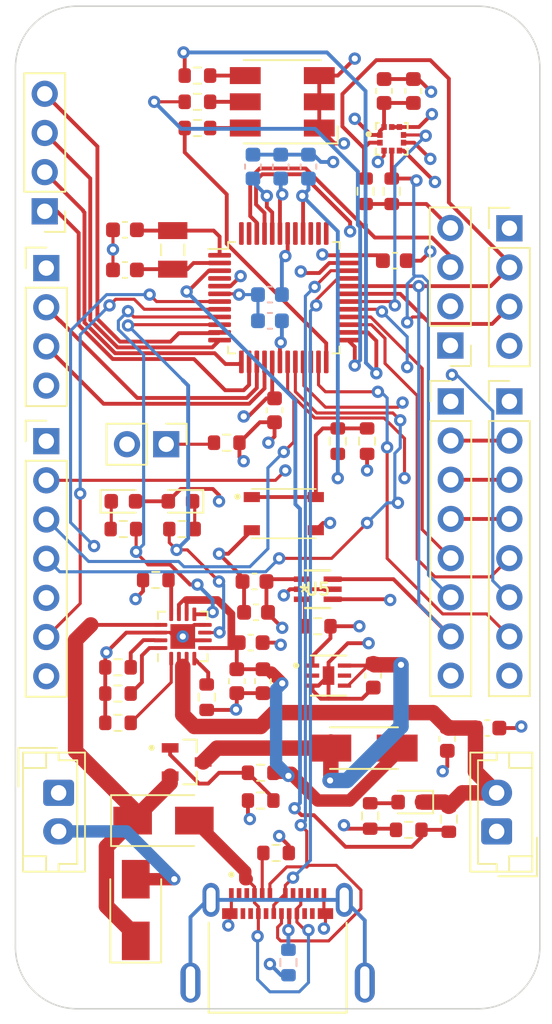
<source format=kicad_pcb>
(kicad_pcb (version 20211014) (generator pcbnew)
  (layers (0 "F.Cu" signal) (1 "In1.Cu" power) (2 "In2.Cu" mixed) (31 "B.Cu" signal) (34 "B.Paste" user) (35 "F.Paste" user) (36 "B.SilkS" user "B.Silkscreen") (37 "F.SilkS" user "F.Silkscreen") (38 "B.Mask" user) (39 "F.Mask" user) (44 "Edge.Cuts" user))
  (net 0 "")
  (net 1 "GND")
  (net 2 "Net-(C1-Pad2)")
  (net 3 "Net-(C2-Pad2)")
  (net 4 "Net-(C3-Pad1)")
  (net 5 "Net-(C4-Pad2)")
  (net 6 "Net-(C5-Pad2)")
  (net 7 "+3V3")
  (net 8 "/VBAT")
  (net 9 "/LiPo/SOUT")
  (net 10 "/Regulators/+5V_reg")
  (net 11 "Net-(D1-Pad2)")
  (net 12 "VBUS")
  (net 13 "Net-(D2-Pad2)")
  (net 14 "Net-(D3-Pad1)")
  (net 15 "Net-(D4-Pad1)")
  (net 16 "Net-(D6-Pad2)")
  (net 17 "Net-(D7-Pad4)")
  (net 18 "Net-(D7-Pad5)")
  (net 19 "Net-(D7-Pad6)")
  (net 20 "/MCU/GPIO4")
  (net 21 "/MCU/GPIO3")
  (net 22 "/MCU/GPIO2")
  (net 23 "/MCU/GPIO1")
  (net 24 "/MISO")
  (net 25 "/MOSI")
  (net 26 "/SCK")
  (net 27 "/CS2")
  (net 28 "/SDA")
  (net 29 "/SCL")
  (net 30 "/~{THERM}")
  (net 31 "/CS1")
  (net 32 "/CS")
  (net 33 "/SWCLK")
  (net 34 "/SWDIO")
  (net 35 "/TX")
  (net 36 "/RX")
  (net 39 "Net-(J10-PadA5)")
  (net 40 "/D+")
  (net 41 "/D-")
  (net 47 "Net-(J10-PadB5)")
  (net 51 "unconnected-(J10-PadS1)")
  (net 52 "/MCU/VDIV")
  (net 53 "/MCU/~{RESET}")
  (net 54 "Net-(R9-Pad2)")
  (net 55 "Net-(R10-Pad2)")
  (net 56 "Net-(R11-Pad2)")
  (net 57 "Net-(R12-Pad2)")
  (net 58 "Net-(R13-Pad2)")
  (net 59 "/PGOOD")
  (net 60 "/CHG")
  (net 61 "Net-(Q1-Pad1)")
  (net 62 "/LEDs/R_a")
  (net 63 "/LEDs/G_a")
  (net 64 "/LEDs/B_a")
  (net 65 "/I2C Active Terminator/EN")
  (net 67 "/RST")
  (net 69 "/CS3")
  (net 70 "/IRQ")
  (net 71 "/Barometer/INTB")
  (footprint "Connector_JST:JST_EH_B2B-EH-A_1x02_P2.50mm_Vertical" (layer "F.Cu") (at 134.8 125 -90)
    (fp_text reference "J9" hide)
    (fp_text value "SOLAR" hide)
  )
  (footprint "Capacitor_SMD:C_0603_1608Metric" (layer "F.Cu") (at 139.1 91.1)
    (fp_text reference "C2" hide)
    (fp_text value "22pF" hide)
  )
  (footprint "Connector_PinHeader_2.54mm:PinHeader_1x08_P2.54mm_Vertical" (layer "F.Cu") (at 160.225 99.625)
    (fp_text reference "J3" hide)
    (fp_text value "Ethernet")
  )
  (footprint "Capacitor_SMD:C_0603_1608Metric" (layer "F.Cu") (at 157.8 79.5 90)
    (fp_text reference "C18" hide)
    (fp_text value "0.1uF" hide)
  )
  (footprint "Resistor_SMD:R_0603_1608Metric" (layer "F.Cu") (at 143.8 78.5 180)
    (fp_text reference "R22" hide)
    (fp_text value "100" hide)
  )
  (footprint "Capacitor_SMD:C_0603_1608Metric" (layer "F.Cu") (at 155.2 117.4 -90)
    (fp_text reference "C15" hide)
    (fp_text value "0.47uF" hide)
  )
  (footprint "Resistor_SMD:R_0603_1608Metric" (layer "F.Cu") (at 138.65 118.5625)
    (fp_text reference "R12" hide)
    (fp_text value "1K" hide)
  )
  (footprint "Connector_Molex:MOLEX_1054550101" (layer "F.Cu") (at 149 135.3)
    (fp_text reference "J10" hide)
    (fp_text value "1054550101" hide)
  )
  (footprint "Capacitor_SMD:C_0603_1608Metric" (layer "F.Cu") (at 147.25 115.2625)
    (fp_text reference "C14" hide)
    (fp_text value "10uF" hide)
  )
  (footprint "Resistor_SMD:R_0603_1608Metric" (layer "F.Cu") (at 155 126.5 -90)
    (fp_text reference "R1" hide)
    (fp_text value "1K" hide)
  )
  (footprint "Converter_DCDC:LP5900SD-3.3_NOPB" (layer "F.Cu") (at 152.3 117.4)
    (fp_text reference "U3" hide)
    (fp_text value "LP5900SD-3.3/NOPB" hide)
  )
  (footprint "Resistor_SMD:R_0603_1608Metric" (layer "F.Cu") (at 147.9 125.5 180)
    (fp_text reference "R16" hide)
    (fp_text value "4.7K" hide)
  )
  (footprint "Capacitor_SMD:C_0603_1608Metric" (layer "F.Cu") (at 139.1 88.5)
    (fp_text reference "C1" hide)
    (fp_text value "22pF" hide)
  )
  (footprint "Diode_SMD:D_SMA" (layer "F.Cu") (at 139.8 132.6 90)
    (fp_text reference "D2" hide)
    (fp_text value "SK34A" hide)
  )
  (footprint "Connector_PinHeader_2.54mm:PinHeader_1x04_P2.54mm_Vertical" (layer "F.Cu") (at 134 90.98)
    (fp_text reference "J8" hide)
    (fp_text value "Serial")
  )
  (footprint "Resistor_SMD:R_0603_1608Metric" (layer "F.Cu") (at 154.7 86 -90)
    (fp_text reference "R4" hide)
    (fp_text value "4.7K" hide)
  )
  (footprint "Capacitor_SMD:C_0603_1608Metric" (layer "F.Cu") (at 156.6 90.5)
    (fp_text reference "C6" hide)
    (fp_text value "0.1uF" hide)
  )
  (footprint "Resistor_SMD:R_0603_1608Metric" (layer "F.Cu") (at 143.8 80.2 180)
    (fp_text reference "R21" hide)
    (fp_text value "100" hide)
  )
  (footprint "Resistor_SMD:R_0603_1608Metric" (layer "F.Cu") (at 152.9 102.2 -90)
    (fp_text reference "R8" hide)
    (fp_text value "330" hide)
  )
  (footprint "Sensor_Pressure:bmp388" (layer "F.Cu") (at 156.4 82.6)
    (fp_text reference "U4" hide)
    (fp_text value "BMP388" hide)
  )
  (footprint "MountingHole:MountingHole_2mm" (layer "F.Cu") (at 163 136)
    (fp_text reference "H4" hide)
    (fp_text value "MountingHole" hide)
  )
  (footprint "Resistor_SMD:R_0603_1608Metric" (layer "F.Cu") (at 160.1 126.7 -90)
    (fp_text reference "R2" hide)
    (fp_text value "10K" hide)
  )
  (footprint "Resistor_SMD:R_0603_1608Metric" (layer "F.Cu") (at 139 107.9)
    (fp_text reference "R15" hide)
    (fp_text value "10K" hide)
  )
  (footprint "Resistor_SMD:R_0603_1608Metric" (layer "F.Cu") (at 142.8 107.9)
    (fp_text reference "R14" hide)
    (fp_text value "10K" hide)
  )
  (footprint "Connector_PinHeader_2.54mm:PinHeader_1x02_P2.54mm_Vertical" (layer "F.Cu") (at 141.775 102.4 -90)
    (fp_text reference "J4" hide)
    (fp_text value "Thermistor (10K)" hide)
  )
  (footprint "LED_SMD:LED_RGB_5050-6" (layer "F.Cu") (at 149.3 80.2 180)
    (fp_text reference "D7" hide)
    (fp_text value "LED_RGB" hide)
  )
  (footprint "Resistor_SMD:R_0603_1608Metric" (layer "F.Cu") (at 143.8 81.9 180)
    (fp_text reference "R20" hide)
    (fp_text value "100" hide)
  )
  (footprint "Resistor_SMD:R_0603_1608Metric" (layer "F.Cu") (at 138.65 120.4625)
    (fp_text reference "R13" hide)
    (fp_text value "10K" hide)
  )
  (footprint "Capacitor_SMD:C_0603_1608Metric" (layer "F.Cu") (at 147.5 111.3 180)
    (fp_text reference "C19" hide)
    (fp_text value "0.1uF" hide)
  )
  (footprint "Resistor_SMD:R_0603_1608Metric" (layer "F.Cu") (at 151.6 114.2)
    (fp_text reference "R23" hide)
    (fp_text value "10K" hide)
  )
  (footprint "Connector_PinHeader_2.54mm:PinHeader_1x04_P2.54mm_Vertical" (layer "F.Cu") (at 133.9 87.3 180)
    (fp_text reference "J2" hide)
    (fp_text value "GPIO")
  )
  (footprint "Resistor_SMD:R_0603_1608Metric" (layer "F.Cu") (at 154.8 102.2 90)
    (fp_text reference "R7" hide)
    (fp_text value "10K" hide)
  )
  (footprint "Capacitor_SMD:C_0603_1608Metric" (layer "F.Cu") (at 155.9 79.5 90)
    (fp_text reference "C17" hide)
    (fp_text value "0.1uF" hide)
  )
  (footprint "Capacitor_SMD:C_0603_1608Metric" (layer "F.Cu") (at 160 121.5 -90)
    (fp_text reference "C10" hide)
    (fp_text value "10uF" hide)
  )
  (footprint "Transistor_Power_Module:LTC4311CSC6_TRPBF" (layer "F.Cu") (at 151.6 111.8)
    (fp_text reference "U5")
    (fp_text value "LTC4311CSC6#TRPBF" hide)
  )
  (footprint "Capacitor_SMD:C_0603_1608Metric" (layer "F.Cu") (at 162.6 120.8)
    (fp_text reference "C11" hide)
    (fp_text value "10uF" hide)
  )
  (footprint "Connector_PinHeader_2.54mm:PinHeader_1x07_P2.54mm_Vertical" (layer "F.Cu") (at 134 102.2)
    (fp_text reference "J5" hide)
    (fp_text value "RF24")
  )
  (footprint "Resistor_SMD:R_0603_1608Metric" (layer "F.Cu") (at 145.7 102.3)
    (fp_text reference "R6" hide)
    (fp_text value "10K" hide)
  )
  (footprint "LED_SMD:LED_0603_1608Metric" (layer "F.Cu") (at 139 106.1)
    (fp_text reference "D4" hide)
    (fp_text value "LED" hide)
  )
  (footprint "Package_DFN_QFN:VQFN-16-1EP_3x3mm_P0.5mm_EP1.6x1.6mm" (layer "F.Cu") (at 142.85 114.8625 90)
    (fp_text reference "U2" hide)
    (fp_text value "BQ24074RGT" hide)
  )
  (footprint "LED_SMD:LED_0603_1608Metric" (layer "F.Cu") (at 142.7 106.1 180)
    (fp_text reference "D3" hide)
    (fp_text value "LED" hide)
  )
  (footprint "Transistor_Power_Module:DMP3098L" (layer "F.Cu") (at 143.1 123)
    (fp_text reference "Q1" hide)
    (fp_text value "DMP3098L-7" hide)
  )
  (footprint "Resistor_SMD:R_0603_1608Metric" (layer "F.Cu") (at 147.9 123.7)
    (fp_text reference "R17" hide)
    (fp_text value "470" hide)
  )
  (footprint "Crystal:XTAL_ABS07-32.768KHZ-T" (layer "F.Cu") (at 142.2 89.8 -90)
    (fp_text reference "Y1" hide)
    (fp_text value "32768Hz" hide)
  )
  (footprint "Connector_JST:JST_EH_B2B-EH-A_1x02_P2.50mm_Vertical" (layer "F.Cu") (at 163.2 127.5 90)
    (fp_text reference "J1" hide)
    (fp_text value "Conn_01x02" hide)
  )
  (footprint "Resistor_SMD:R_0603_1608Metric" (layer "F.Cu") (at 157.5 127.4 180)
    (fp_text reference "R3" hide)
    (fp_text value "20K" hide)
  )
  (footprint "MountingHole:MountingHole_2mm" (layer "F.Cu") (at 163.1 79.5)
    (fp_text reference "H3" hide)
    (fp_text value "MountingHole" hide)
  )
  (footprint "Connector_PinHeader_2.54mm:PinHeader_1x04_P2.54mm_Vertical" (layer "F.Cu") (at 164.025 88.4)
    (fp_text reference "J7" hide)
    (fp_text value "I2C")
  )
  (footprint "Resistor_SMD:R_0603_1608Metric" (layer "F.Cu") (at 144.4 118.8 90)
    (fp_text reference "R10" hide)
    (fp_text value "10K" hide)
  )
  (footprint "Resistor_SMD:R_0603_1608Metric" (layer "F.Cu") (at 138.65 116.8625)
    (fp_text reference "R9" hide)
    (fp_text value "10K" hide)
  )
  (footprint "Button_Switch_SMD:PTS810SJG250SMTRLFS" (layer "F.Cu") (at 149.4 106.9)
    (fp_text reference "SW1" hide)
    (fp_text value "~{RESET}")
  )
  (footprint "Capacitor_SMD:C_0603_1608Metric" (layer "F.Cu") (at 147.6 113.3 180)
    (fp_text reference "C16" hide)
    (fp_text value "0.47uF" hide)
  )
  (footprint "Package_QFP:TQFP-48_7x7mm_P0.5mm" (layer "F.Cu") (at 149.4 92.9)
    (fp_text reference "U1" hide)
    (fp_text value "ATSAMD21G18A-A" hide)
  )
  (footprint "Connector_PinHeader_2.54mm:PinHeader_1x04_P2.54mm_Vertical" (layer "F.Cu") (at 160.2 96 180)
    (fp_text reference "J6" hide)
    (fp_text value "SWD")
  )
  (footprint "Resistor_SMD:R_0603_1608Metric" (layer "F.Cu") (at 156.4 86 90)
    (fp_text reference "R5" hide)
    (fp_text value "4.7K" hide)
  )
  (footprint "Capacitor_SMD:C_0603_1608Metric" (layer "F.Cu") (at 148.05 117.7625 -90)
    (fp_text reference "C13" hide)
    (fp_text value "10uF" hide)
  )
  (footprint "Connector_PinHeader_2.54mm:PinHeader_1x08_P2.54mm_Vertical" (layer "F.Cu") (at 164.025 99.625)
    (fp_text reference "J11" hide)
    (fp_text value "LoRa")
  )
  (footprint "MountingHole:MountingHole_2mm" (layer "F.Cu") (at 135 136)
    (fp_text reference "H1" hide)
    (fp_text value "MountingHole" hide)
  )
  (footprint "LED_SMD:LED_0603_1608Metric" (layer "F.Cu") (at 157.6 125.6 180)
    (fp_text reference "D1" hide)
    (fp_text value "LED" hide)
  )
  (footprint "Resistor_SMD:R_0603_1608Metric" (layer "F.Cu") (at 148.9 128.9)
    (fp_text reference "R18" hide)
    (fp_text value "5.1K" hide)
  )
  (footprint "Diode_SMD:D_SMA" (layer "F.Cu") (at 141.6 126.8)
    (fp_text reference "D6" hide)
    (fp_text value "SK34A" hide)
  )
  (footprint "Resistor_SMD:R_0603_1608Metric" (layer "F.Cu") (at 141.1 111.2)
    (fp_text reference "R11" hide)
    (fp_text value "1K" hide)
  )
  (footprint "Capacitor_SMD:C_0603_1608Metric" (layer "F.Cu") (at 146.35 117.7625 -90)
    (fp_text reference "C12" hide)
    (fp_text value "10uF" hide)
  )
  (footprint "Diode_SMD:1N4148" (layer "F.Cu") (at 154.6 122.1)
    (fp_text reference "D5" hide)
    (fp_text value "D_Schottky" hide)
  )
  (footprint "Capacitor_SMD:C_0603_1608Metric" (layer "F.Cu") (at 148.8 100.2 -90)
    (fp_text reference "C7" hide)
    (fp_text value "0.1uF" hide)
  )
  (footprint "Capacitor_SMD:C_0603_1608Metric" (layer "B.Cu") (at 148.5 94.4)
    (fp_text reference "C9" hide)
    (fp_text value "0.1uF" hide)
  )
  (footprint "Capacitor_SMD:C_0603_1608Metric" (layer "B.Cu") (at 149.2 84.4 -90)
    (fp_text reference "C5" hide)
    (fp_text value "0.1uF" hide)
  )
  (footprint "Capacitor_SMD:C_0603_1608Metric" (layer "B.Cu") (at 148.5 92.7)
    (fp_text reference "C8" hide)
    (fp_text value "1uF" hide)
  )
  (footprint "Capacitor_SMD:C_0603_1608Metric" (layer "B.Cu") (at 147.4 84.4 -90)
    (fp_text reference "C4" hide)
    (fp_text value "0.1uF" hide)
  )
  (footprint "Capacitor_SMD:C_0603_1608Metric" (layer "B.Cu") (at 151 84.4 90)
    (fp_text reference "C3" hide)
    (fp_text value "0.1uF" hide)
  )
  (footprint "Resistor_SMD:R_0603_1608Metric" (layer "B.Cu") (at 149.7 136 -90)
    (fp_text reference "R19" hide)
    (fp_text value "5.1K" hide)
  )
  (gr_arc (start 162 74) (mid 164.828427 75.171573) (end 166 78) (layer "Edge.Cuts") (width 0.1))
  (gr_line (start 162 139) (end 136 139) (layer "Edge.Cuts") (width 0.1))
  (gr_line (start 166 78) (end 166 135) (layer "Edge.Cuts") (width 0.1))
  (gr_arc (start 166 135) (mid 164.828427 137.828427) (end 162 139) (layer "Edge.Cuts") (width 0.1))
  (gr_line (start 132 135) (end 132 78) (layer "Edge.Cuts") (width 0.1))
  (gr_arc (start 132 78) (mid 133.171573 75.171573) (end 136 74) (layer "Edge.Cuts") (width 0.1))
  (gr_line (start 136 74) (end 162 74) (layer "Edge.Cuts") (width 0.1))
  (gr_arc (start 136 139) (mid 133.171573 137.828427) (end 132 135) (layer "Edge.Cuts") (width 0.1))
  (segment (start 143.1 115.1125) (end 142.85 114.8625) (width 0.25) (layer "F.Cu") (net 1))
  (segment (start 151.265 118.05) (end 151.65 118.05) (width 0.25) (layer "F.Cu") (net 1))
  (segment (start 149.65 90.05) (end 149.5 90.2) (width 0.25) (layer "F.Cu") (net 1))
  (segment (start 138.325 89.775) (end 138.325 91.1) (width 0.2) (layer "F.Cu") (net 1))
  (segment (start 146.525 103.225) (end 146.8 103.5) (width 0.25) (layer "F.Cu") (net 1))
  (segment (start 146.525 102.3) (end 146.525 103.225) (width 0.25) (layer "F.Cu") (net 1))
  (segment (start 163.375 120.8) (end 164.7 120.8) (width 0.25) (layer "F.Cu") (net 1))
  (segment (start 156.9 81.835) (end 158.165 81.835) (width 0.25) (layer "F.Cu") (net 1))
  (segment (start 153.55 115.3) (end 154.9 115.3) (width 0.25) (layer "F.Cu") (net 1))
  (segment (start 148.025 115.2625) (end 149.0625 115.2625) (width 0.25) (layer "F.Cu") (net 1))
  (segment (start 155.9 83.365) (end 155.9 83.7) (width 0.2) (layer "F.Cu") (net 1))
  (segment (start 149.725 128.425) (end 149.1 127.8) (width 0.25) (layer "F.Cu") (net 1))
  (segment (start 164.7 120.8) (end 164.8 120.7) (width 0.25) (layer "F.Cu") (net 1))
  (segment (start 151.7 91.3) (end 150.6 91.3) (width 0.25) (layer "F.Cu") (net 1))
  (segment (start 147.075 126.575) (end 147.2 126.7) (width 0.25) (layer "F.Cu") (net 1))
  (segment (start 155.2 118.175) (end 154.475 118.9) (width 0.25) (layer "F.Cu") (net 1))
  (segment (start 152 132.73) (end 152.1 132.83) (width 0.2) (layer "F.Cu") (net 1))
  (segment (start 152.35 90.65) (end 151.7 91.3) (width 0.25) (layer "F.Cu") (net 1))
  (segment (start 142.2625 114.8625) (end 142 114.6) (width 0.2) (layer "F.Cu") (net 1))
  (segment (start 152.1 133.7) (end 152 133.8) (width 0.2) (layer "F.Cu") (net 1))
  (segment (start 146.725 111.3) (end 146.725 111.025) (width 0.25) (layer "F.Cu") (net 1))
  (segment (start 149.15 97.0625) (end 149.15 95.85) (width 0.25) (layer "F.Cu") (net 1))
  (segment (start 146.35 119.55) (end 146.35 118.5375) (width 0.25) (layer "F.Cu") (net 1))
  (segment (start 152.3 117.4) (end 152.3 118.9) (width 0.25) (layer "F.Cu") (net 1))
  (segment (start 146 132.73) (end 145.9 132.83) (width 0.2) (layer "F.Cu") (net 1))
  (segment (start 158.95 79.55) (end 159 79.6) (width 0.25) (layer "F.Cu") (net 1))
  (segment (start 142 114.6) (end 141.425 114.6) (width 0.2) (layer "F.Cu") (net 1))
  (segment (start 153.525 127.325) (end 153.3 127.1) (width 0.25) (layer "F.Cu") (net 1))
  (segment (start 147.075 125.5) (end 147.075 126.575) (width 0.25) (layer "F.Cu") (net 1))
  (segment (start 139.1875 114.6125) (end 137.9 115.9) (width 0.25) (layer "F.Cu") (net 1))
  (segment (start 142.85 114.8625) (end 142.2625 114.8625) (width 0.2) (layer "F.Cu") (net 1))
  (segment (start 149.8 111.8) (end 149.4 112.2) (width 0.25) (layer "F.Cu") (net 1))
  (segment (start 152.1 132.83) (end 152.1 133.7) (width 0.2) (layer "F.Cu") (net 1))
  (segment (start 137.825 116.8625) (end 137.825 118.5625) (width 0.25) (layer "F.Cu") (net 1))
  (segment (start 151.7 81.9) (end 152.7 82.9) (width 0.25) (layer "F.Cu") (net 1))
  (segment (start 146.3 119.6) (end 146.35 119.55) (width 0.25) (layer "F.Cu") (net 1))
  (segment (start 141.425 114.6) (end 141.4125 114.6125) (width 0.2) (layer "F.Cu") (net 1))
  (segment (start 151.65 118.05) (end 152.3 117.4) (width 0.25) (layer "F.Cu") (net 1))
  (segment (start 156.6 127.325) (end 156.675 127.4) (width 0.25) (layer "F.Cu") (net 1))
  (segment (start 151.7 78.5) (end 152.9 78.5) (width 0.25) (layer "F.Cu") (net 1))
  (segment (start 146 131.53) (end 146 132.73) (width 0.2) (layer "F.Cu") (net 1))
  (segment (start 151.265 118.365) (end 151.265 118.05) (width 0.25) (layer "F.Cu") (net 1))
  (segment (start 151.475 107.975) (end 151.95 107.5) (width 0.25) (layer "F.Cu") (net 1))
  (segment (start 152.9 78.5) (end 154 77.4) (width 0.25) (layer "F.Cu") (net 1))
  (segment (start 140.275 111.925) (end 139.789355 112.439442) (width 0.25) (layer "F.Cu") (net 1))
  (segment (start 150.6 91.3) (end 150.5 91.2) (width 0.25) (layer "F.Cu") (net 1))
  (segment (start 151.7 80.2) (end 151.7 78.5) (width 0.25) (layer "F.Cu") (net 1))
  (segment (start 141.4125 114.6125) (end 139.1875 114.6125) (width 0.25) (layer "F.Cu") (net 1))
  (segment (start 160 123.3) (end 159.7 123.6) (width 0.25) (layer "F.Cu") (net 1))
  (segment (start 156.4 81.835) (end 156.9 81.835) (width 0.25) (layer "F.Cu") (net 1))
  (segment (start 160 122.275) (end 160 123.3) (width 0.25) (layer "F.Cu") (net 1))
  (segment (start 146.725 111.025) (end 145.2 109.5) (width 0.25) (layer "F.Cu") (net 1))
  (segment (start 137.825 120.4625) (end 137.825 118.5625) (width 0.25) (layer "F.Cu") (net 1))
  (segment (start 145.2375 92.15) (end 145.95 92.15) (width 0.25) (layer "F.Cu") (net 1))
  (segment (start 151.8 118.9) (end 151.265 118.365) (width 0.25) (layer "F.Cu") (net 1))
  (segment (start 155 127.325) (end 156.6 127.325) (width 0.25) (layer "F.Cu") (net 1))
  (segment (start 158.125 78.725) (end 158.95 79.55) (width 0.25) (layer "F.Cu") (net 1))
  (segment (start 146.825 113.3) (end 146.825 111.4) (width 0.25) (layer "F.Cu") (net 1))
  (segment (start 157.165 83.365) (end 159.2 85.4) (width 0.25) (layer "F.Cu") (net 1))
  (segment (start 152.3 116.55) (end 153.55 115.3) (width 0.25) (layer "F.Cu") (net 1))
  (segment (start 158.9 89.9) (end 158.3 90.5) (width 0.25) (layer "F.Cu") (net 1))
  (segment (start 149.15 95.85) (end 149.2 95.8) (width 0.25) (layer "F.Cu") (net 1))
  (segment (start 151.7 81.9) (end 151.7 80.2) (width 0.25) (layer "F.Cu") (net 1))
  (segment (start 155 127.325) (end 153.525 127.325) (width 0.25) (layer "F.Cu") (net 1))
  (segment (start 137.825 115.975) (end 137.9 115.9) (width 0.25) (layer "F.Cu") (net 1))
  (segment (start 147.85 100.975) (end 146.525 102.3) (width 0.25) (layer "F.Cu") (net 1))
  (segment (start 156.9 83.365) (end 157.165 83.365) (width 0.25) (layer "F.Cu") (net 1))
  (segment (start 144.2875 114.1125) (end 143.6 114.1125) (width 0.25) (layer "F.Cu") (net 1))
  (segment (start 150.6348 111.8) (end 149.8 111.8) (width 0.25) (layer "F.Cu") (net 1))
  (segment (start 137.825 116.8625) (end 137.825 115.975) (width 0.25) (layer "F.Cu") (net 1))
  (segment (start 158.165 81.835) (end 159 81) (width 0.25) (layer "F.Cu") (net 1))
  (segment (start 152.5652 111.8) (end 150.6348 111.8) (width 0.25) (layer "F.Cu") (net 1))
  (segment (start 145.95 92.15) (end 146.6 91.5) (width 0.25) (layer "F.Cu") (net 1))
  (segment (start 152.7 82.9) (end 153.3 82.9) (width 0.25) (layer "F.Cu") (net 1))
  (segment (start 145.9 133.5) (end 145.8 133.6) (width 0.2) (layer "F.Cu") (net 1))
  (segment (start 151.95 107.5) (end 152.4 107.5) (width 0.25) (layer "F.Cu") (net 1))
  (segment (start 146.275 119.625) (end 146.3 119.6) (width 0.25) (layer "F.Cu") (net 1))
  (segment (start 158.3 90.5) (end 157.375 90.5) (width 0.25) (layer "F.Cu") (net 1))
  (segment (start 145.9 132.83) (end 145.9 133.5) (width 0.2) (layer "F.Cu") (net 1))
  (segment (start 155.9 83.7) (end 155.5 84.1) (width 0.2) (layer "F.Cu") (net 1))
  (segment (start 148.8 100.975) (end 147.85 100.975) (width 0.25) (layer "F.Cu") (net 1))
  (segment (start 149.725 128.9) (end 149.725 128.425) (width 0.25) (layer "F.Cu") (net 1))
  (segment (start 144.2875 115.1125) (end 143.1 115.1125) (width 0.25) (layer "F.Cu") (net 1))
  (segment (start 157.8 78.725) (end 158.125 78.725) (width 0.25) (layer "F.Cu") (net 1))
  (segment (start 139.789355 112.439442) (end 139.8 112.4) (width 0.25) (layer "F.Cu") (net 1))
  (segment (start 149.65 88.7375) (end 149.65 90.05) (width 0.25) (layer "F.Cu") (net 1))
  (segment (start 149.0625 115.2625) (end 149.2 115.4) (width 0.25) (layer "F.Cu") (net 1))
  (segment (start 153.5625 90.65) (end 152.35 90.65) (width 0.25) (layer "F.Cu") (net 1))
  (segment (start 140.275 111.2) (end 140.275 111.925) (width 0.25) (layer "F.Cu") (net 1))
  (segment (start 143.6 114.1125) (end 142.85 114.8625) (width 0.25) (layer "F.Cu") (net 1))
  (segment (start 147.325 107.975) (end 145.8 109.5) (width 0.25) (layer "F.Cu") (net 1))
  (segment (start 138.325 88.5) (end 138.325 89.775) (width 0.2) (layer "F.Cu") (net 1))
  (segment (start 148.05 118.5375) (end 146.35 118.5375) (width 0.25) (layer "F.Cu") (net 1))
  (segment (start 144.4 119.625) (end 146.275 119.625) (width 0.25) (layer "F.Cu") (net 1))
  (segment (start 152.3 118.9) (end 151.8 118.9) (width 0.25) (layer "F.Cu") (net 1))
  (segment (start 154.475 118.9) (end 152.3 118.9) (width 0.25) (layer "F.Cu") (net 1))
  (segment (start 148.8 101.9) (end 148.4 102.3) (width 0.25) (layer "F.Cu") (net 1))
  (segment (start 152 131.53) (end 152 132.73) (width 0.2) (layer "F.Cu") (net 1))
  (segment (start 148.8 100.975) (end 148.8 101.9) (width 0.25) (layer "F.Cu") (net 1))
  (segment (start 152.3 117.4) (end 152.3 116.55) (width 0.25) (layer "F.Cu") (net 1))
  (segment (start 155.9 78.725) (end 157.8 78.725) (width 0.25) (layer "F.Cu") (net 1))
  (segment (start 145.8 109.5) (end 145.2 109.5) (width 0.25) (layer "F.Cu") (net 1))
  (segment (start 146.825 111.4) (end 146.725 111.3) (width 0.25) (layer "F.Cu") (net 1))
  (via (at 155.5 84.1) (size 0.8) (drill 0.4) (layers "F.Cu" "B.Cu") (net 1))
  (via (at 149.5 90.2) (size 0.8) (drill 0.4) (layers "F.Cu" "B.Cu") (net 1))
  (via (at 138.325 89.775) (size 0.8) (drill 0.4) (layers "F.Cu" "B.Cu") (net 1))
  (via (at 137.9 115.9) (size 0.8) (drill 0.4) (layers "F.Cu" "B.Cu") (net 1))
  (via (at 149.2 95.8) (size 0.8) (drill 0.4) (layers "F.Cu" "B.Cu") (net 1))
  (via (at 146.6 91.5) (size 0.8) (drill 0.4) (layers "F.Cu" "B.Cu") (net 1))
  (via (at 159 81) (size 0.8) (drill 0.4) (layers "F.Cu" "B.Cu") (net 1))
  (via (at 149.1 127.8) (size 0.8) (drill 0.4) (layers "F.Cu" "B.Cu") (net 1))
  (via (at 152.4 107.5) (size 0.8) (drill 0.4) (layers "F.Cu" "B.Cu") (net 1))
  (via (at 149.4 112.2) (size 0.8) (drill 0.4) (layers "F.Cu" "B.Cu") (net 1))
  (via (at 153.3 82.9) (size 0.8) (drill 0.4) (layers "F.Cu" "B.Cu") (net 1))
  (via (at 158.9 89.9) (size 0.8) (drill 0.4) (layers "F.Cu" "B.Cu") (net 1))
  (via (at 145.2 109.5) (size 0.8) (drill 0.4) (layers "F.Cu" "B.Cu") (net 1))
  (via (at 159.2 85.4) (size 0.8) (drill 0.4) (layers "F.Cu" "B.Cu") (net 1))
  (via (at 146.8 103.5) (size 0.8) (drill 0.4) (layers "F.Cu" "B.Cu") (net 1))
  (via (at 142.85 114.8625) (size 0.8) (drill 0.4) (layers "F.Cu" "B.Cu") (net 1))
  (via (at 164.8 120.7) (size 0.8) (drill 0.4) (layers "F.Cu" "B.Cu") (net 1))
  (via (at 148.4 102.3) (size 0.8) (drill 0.4) (layers "F.Cu" "B.Cu") (net 1))
  (via (at 154.9 115.3) (size 0.8) (drill 0.4) (layers "F.Cu" "B.Cu") (net 1))
  (via (at 145.8 133.6) (size 0.8) (drill 0.4) (layers "F.Cu" "B.Cu") (net 1))
  (via (at 149.2 115.4) (size 0.8) (drill 0.4) (layers "F.Cu" "B.Cu") (net 1))
  (via (at 158.95 79.55) (size 0.8) (drill 0.4) (layers "F.Cu" "B.Cu") (net 1))
  (via (at 155.5 84.1) (size 0.8) (drill 0.4) (layers "F.Cu" "B.Cu") (net 1))
  (via (at 154 77.4) (size 0.8) (drill 0.4) (layers "F.Cu" "B.Cu") (net 1))
  (via (at 150.5 91.2) (size 0.8) (drill 0.4) (layers "F.Cu" "B.Cu") (net 1))
  (via (at 147.2 126.7) (size 0.8) (drill 0.4) (layers "F.Cu" "B.Cu") (net 1))
  (via (at 148.5 136.1) (size 0.8) (drill 0.4) (layers "F.Cu" "B.Cu") (net 1))
  (via (at 153.3 127.1) (size 0.8) (drill 0.4) (layers "F.Cu" "B.Cu") (net 1))
  (via (at 152 133.8) (size 0.8) (drill 0.4) (layers "F.Cu" "B.Cu") (net 1))
  (via (at 146.3 119.6) (size 0.8) (drill 0.4) (layers "F.Cu" "B.Cu") (net 1))
  (via (at 152.6 84.1) (size 0.8) (drill 0.4) (layers "F.Cu" "B.Cu") (net 1))
  (via (at 159.7 123.6) (size 0.8) (drill 0.4) (layers "F.Cu" "B.Cu") (net 1))
  (via (at 139.789355 112.439442) (size 0.8) (drill 0.4) (layers "F.Cu" "B.Cu") (net 1))
  (segment (start 149.225 136.825) (end 148.5 136.1) (width 0.25) (layer "B.Cu") (net 1))
  (segment (start 149.7 136.825) (end 149.225 136.825) (width 0.25) (layer "B.Cu") (net 1))
  (segment (start 149.2 83.625) (end 151.325 83.625) (width 0.25) (layer "B.Cu") (net 1))
  (segment (start 149.275 90.425) (end 149.5 90.2) (width 0.25) (layer "B.Cu") (net 1))
  (segment (start 151.6 83.9) (end 151.8 84.1) (width 0.25) (layer "B.Cu") (net 1))
  (segment (start 147.4 83.625) (end 149.2 83.625) (width 0.25) (layer "B.Cu") (net 1))
  (segment (start 149.275 92.7) (end 149.275 90.425) (width 0.25) (layer "B.Cu") (net 1))
  (segment (start 149.275 95.725) (end 149.2 95.8) (width 0.25) (layer "B.Cu") (net 1))
  (segment (start 151.325 83.625) (end 151.6 83.9) (width 0.25) (layer "B.Cu") (net 1))
  (segment (start 151.8 84.1) (end 152.6 84.1) (width 0.25) (layer "B.Cu") (net 1))
  (segment (start 149.275 94.4) (end 149.275 95.725) (width 0.25) (layer "B.Cu") (net 1))
  (segment (start 145.2375 88.9375) (end 144.85 88.55) (width 0.25) (layer "F.Cu") (net 2))
  (segment (start 139.925 88.55) (end 139.875 88.5) (width 0.25) (layer "F.Cu") (net 2))
  (segment (start 144.85 88.55) (end 142.2 88.55) (width 0.25) (layer "F.Cu") (net 2))
  (segment (start 145.2375 90.15) (end 145.2375 88.9375) (width 0.25) (layer "F.Cu") (net 2))
  (segment (start 142.2 88.55) (end 139.925 88.55) (width 0.25) (layer "F.Cu") (net 2))
  (segment (start 145.2375 90.65) (end 143.55 90.65) (width 0.25) (layer "F.Cu") (net 3))
  (segment (start 139.925 91.05) (end 139.875 91.1) (width 0.25) (layer "F.Cu") (net 3))
  (segment (start 143.55 90.65) (end 143.15 91.05) (width 0.25) (layer "F.Cu") (net 3))
  (segment (start 143.15 91.05) (end 142.2 91.05) (width 0.25) (layer "F.Cu") (net 3))
  (segment (start 142.2 91.05) (end 139.925 91.05) (width 0.25) (layer "F.Cu") (net 3))
  (segment (start 152.9 103.025) (end 152.9 104.6) (width 0.2) (layer "F.Cu") (net 4))
  (segment (start 150.65 86.35) (end 150.65 88.7375) (width 0.25) (layer "F.Cu") (net 4))
  (segment (start 150.6 86.3) (end 150.65 86.35) (width 0.25) (layer "F.Cu") (net 4))
  (via (at 152.9 104.6) (size 0.8) (drill 0.4) (layers "F.Cu" "B.Cu") (net 4))
  (via (at 150.6 86.3) (size 0.8) (drill 0.4) (layers "F.Cu" "B.Cu") (net 4))
  (segment (start 150.6 86.3) (end 152.9 88.6) (width 0.25) (layer "B.Cu") (net 4))
  (segment (start 150.6 86.3) (end 151 85.9) (width 0.25) (layer "B.Cu") (net 4))
  (segment (start 151 85.9) (end 151 85.175) (width 0.25) (layer "B.Cu") (net 4))
  (segment (start 152.9 88.6) (end 152.9 104.6) (width 0.25) (layer "B.Cu") (net 4))
  (segment (start 148.3 87.021377) (end 148.65 87.371377) (width 0.25) (layer "F.Cu") (net 5))
  (segment (start 148.3 86.3) (end 148.3 87.021377) (width 0.25) (layer "F.Cu") (net 5))
  (segment (start 148.65 87.371377) (end 148.65 88.7375) (width 0.25) (layer "F.Cu") (net 5))
  (via (at 148.3 86.3) (size 0.8) (drill 0.4) (layers "F.Cu" "B.Cu") (net 5))
  (segment (start 147.4 85.4) (end 147.4 85.175) (width 0.25) (layer "B.Cu") (net 5))
  (segment (start 148.3 86.3) (end 147.4 85.4) (width 0.25) (layer "B.Cu") (net 5))
  (segment (start 149.15 86.35) (end 149.15 88.7375) (width 0.25) (layer "F.Cu") (net 6))
  (segment (start 149.3 86.2) (end 149.15 86.35) (width 0.25) (layer "F.Cu") (net 6))
  (via (at 149.3 86.2) (size 0.8) (drill 0.4) (layers "F.Cu" "B.Cu") (net 6))
  (segment (start 149.2 86.1) (end 149.3 86.2) (width 0.25) (layer "B.Cu") (net 6))
  (segment (start 149.2 85.175) (end 149.2 86.1) (width 0.25) (layer "B.Cu") (net 6))
  (segment (start 141.9125 106.1) (end 142.7125 105.3) (width 0.25) (layer "F.Cu") (net 7))
  (segment (start 148.275 113.2) (end 148.375 113.3) (width 0.25) (layer "F.Cu") (net 7))
  (segment (start 145.2375 92.65) (end 146.45 92.65) (width 0.2) (layer "F.Cu") (net 7))
  (segment (start 148.275 99.425) (end 147.3 100.4) (width 0.25) (layer "F.Cu") (net 7))
  (segment (start 155.05 82.35) (end 154.2 81.5) (width 0.25) (layer "F.Cu") (net 7))
  (segment (start 147.1 100.6) (end 146.8 100.6) (width 0.25) (layer "F.Cu") (net 7))
  (segment (start 148.425 111.15) (end 148.275 111.3) (width 0.25) (layer "F.Cu") (net 7))
  (segment (start 148.275 111.3) (end 148.275 113.2) (width 0.25) (layer "F.Cu") (net 7))
  (segment (start 148.025 111.55) (end 148.275 111.3) (width 0.25) (layer "F.Cu") (net 7))
  (segment (start 157.165 82.85) (end 157.85 82.85) (width 0.25) (layer "F.Cu") (net 7))
  (segment (start 144.8 105.3) (end 145.2 105.7) (width 0.25) (layer "F.Cu") (net 7))
  (segment (start 145.2 105.7) (end 145.2 106.1) (width 0.25) (layer "F.Cu") (net 7))
  (segment (start 151.95 90.15) (end 151.9 90.1) (width 0.25) (layer "F.Cu") (net 7))
  (segment (start 146.45 92.65) (end 146.5 92.7) (width 0.2) (layer "F.Cu") (net 7))
  (segment (start 139.7875 106.1) (end 141.9125 106.1) (width 0.25) (layer "F.Cu") (net 7))
  (segment (start 151.265 116.75) (end 151.265 116.135) (width 0.25) (layer "F.Cu") (net 7))
  (segment (start 157.85 82.85) (end 158.9 83.9) (width 0.25) (layer "F.Cu") (net 7))
  (segment (start 150.6348 111.15) (end 148.425 111.15) (width 0.25) (layer "F.Cu") (net 7))
  (segment (start 155.9 80.275) (end 157.8 80.275) (width 0.25) (layer "F.Cu") (net 7))
  (segment (start 152.425 114.975) (end 152.425 114.2) (width 0.25) (layer "F.Cu") (net 7))
  (segment (start 148.65 99.375) (end 148.6 99.425) (width 0.25) (layer "F.Cu") (net 7))
  (segment (start 147.3 100.4) (end 147.1 100.6) (width 0.25) (layer "F.Cu") (net 7))
  (segment (start 155.635 82.35) (end 155.05 82.35) (width 0.25) (layer "F.Cu") (net 7))
  (segment (start 148.8 99.425) (end 148.275 99.425) (width 0.25) (layer "F.Cu") (net 7))
  (segment (start 154.8 103.025) (end 154.8 104.1) (width 0.25) (layer "F.Cu") (net 7))
  (segment (start 155.635 82.1) (end 155.9 81.835) (width 0.25) (layer "F.Cu") (net 7))
  (segment (start 148.65 97.0625) (end 148.65 99.375) (width 0.25) (layer "F.Cu") (net 7))
  (segment (start 154.7 86.825) (end 156.4 86.825) (width 0.25) (layer "F.Cu") (net 7))
  (segment (start 148.375 113.375) (end 149.3 114.3) (width 0.25) (layer "F.Cu") (net 7))
  (segment (start 151.265 116.135) (end 152.425 114.975) (width 0.25) (layer "F.Cu") (net 7))
  (segment (start 155.475 90.15) (end 155.825 90.5) (width 0.25) (layer "F.Cu") (net 7))
  (segment (start 152.425 114.2) (end 154.3 114.2) (width 0.25) (layer "F.Cu") (net 7))
  (segment (start 154.2 81.5) (end 154 81.3) (width 0.25) (layer "F.Cu") (net 7))
  (segment (start 148.375 113.3) (end 148.375 113.375) (width 0.25) (layer "F.Cu") (net 7))
  (segment (start 142.7125 105.3) (end 144.8 105.3) (width 0.25) (layer "F.Cu") (net 7))
  (segment (start 158.645 86.825) (end 160.2 88.38) (width 0.25) (layer "F.Cu") (net 7))
  (segment (start 156.4 86.825) (end 158.645 86.825) (width 0.25) (layer "F.Cu") (net 7))
  (segment (start 155.635 82.35) (end 155.635 82.1) (width 0.25) (layer "F.Cu") (net 7))
  (segment (start 155.9 81.835) (end 155.9 80.275) (width 0.25) (layer "F.Cu") (net 7))
  (segment (start 153.5625 90.15) (end 151.95 90.15) (width 0.25) (layer "F.Cu") (net 7))
  (segment (start 153.5625 90.15) (end 155.475 90.15) (width 0.25) (layer "F.Cu") (net 7))
  (via (at 149.3 114.3) (size 0.8) (drill 0.4) (layers "F.Cu" "B.Cu") (net 7))
  (via (at 151.9 90.1) (size 0.8) (drill 0.4) (layers "F.Cu" "B.Cu") (net 7))
  (via (at 154.8 104.1) (size 0.8) (drill 0.4) (layers "F.Cu" "B.Cu") (net 7))
  (via (at 154.3 114.2) (size 0.8) (drill 0.4) (layers "F.Cu" "B.Cu") (net 7))
  (via (at 154 81.3) (size 0.8) (drill 0.4) (layers "F.Cu" "B.Cu") (net 7))
  (via (at 146.5 92.7) (size 0.8) (drill 0.4) (layers "F.Cu" "B.Cu") (net 7))
  (via (at 158.9 83.9) (size 0.8) (drill 0.4) (layers "F.Cu" "B.Cu") (net 7))
  (via (at 145.2 106.1) (size 0.8) (drill 0.4) (layers "F.Cu" "B.Cu") (net 7))
  (via (at 146.8 100.6) (size 0.8) (drill 0.4) (layers "F.Cu" "B.Cu") (net 7))
  (via (at 146.8 100.6) (size 0.8) (drill 0.4) (layers "F.Cu" "B.Cu") (net 7))
  (segment (start 147.725 92.7) (end 146.5 92.7) (width 0.2) (layer "B.Cu") (net 7))
  (segment (start 147.725 94.4) (end 147.725 92.7) (width 0.2) (layer "B.Cu") (net 7))
  (segment (start 143.1 116.3) (end 143.1 116.54848) (width 0.2) (layer "F.Cu") (net 8))
  (segment (start 148.8 119.8) (end 147.9 120.7) (width 1) (layer "F.Cu") (net 8))
  (segment (start 142.84848 119.94848) (end 142.84848 116.8) (width 1) (layer "F.Cu") (net 8))
  (segment (start 160.975 125) (end 160.1 125.875) (width 1) (layer "F.Cu") (net 8))
  (segment (start 160.075 120.8) (end 160 120.725) (width 1) (layer "F.Cu") (net 8))
  (segment (start 159.825 125.6) (end 160.1 125.875) (width 1) (layer "F.Cu") (net 8))
  (segment (start 160 120.725) (end 159.075 119.8) (width 1) (layer "F.Cu") (net 8))
  (segment (start 163.2 125) (end 161.825 123.625) (width 1) (layer "F.Cu") (net 8))
  (segment (start 143.1 116.54848) (end 142.84848 116.8) (width 0.2) (layer "F.Cu") (net 8))
  (segment (start 163.2 125) (end 160.975 125) (width 1) (layer "F.Cu") (net 8))
  (segment (start 147.9 120.7) (end 143.6 120.7) (width 1) (layer "F.Cu") (net 8))
  (segment (start 161.825 123.625) (end 161.825 120.8) (width 1) (layer "F.Cu") (net 8))
  (segment (start 143.6 120.7) (end 142.84848 119.94848) (width 1) (layer "F.Cu") (net 8))
  (segment (start 159.075 119.8) (end 148.8 119.8) (width 1) (layer "F.Cu") (net 8))
  (segment (start 142.6 116.55152) (end 142.84848 116.8) (width 0.2) (layer "F.Cu") (net 8))
  (segment (start 161.825 120.8) (end 160.075 120.8) (width 1) (layer "F.Cu") (net 8))
  (segment (start 158.3875 125.6) (end 159.825 125.6) (width 1) (layer "F.Cu") (net 8))
  (segment (start 142.6 116.3) (end 142.6 116.55152) (width 0.2) (layer "F.Cu") (net 8))
  (segment (start 146.35 116.9875) (end 148.05 116.9875) (width 0.25) (layer "F.Cu") (net 9))
  (segment (start 143.1 112.5) (end 143.1 113.425) (width 0.25) (layer "F.Cu") (net 9))
  (segment (start 144.2875 115.6125) (end 146.125 115.6125) (width 0.25) (layer "F.Cu") (net 9))
  (segment (start 156.75 122.422546) (end 153.672546 125.5) (width 0.8) (layer "F.Cu") (net 9))
  (segment (start 143.1 112.5) (end 145.1 112.5) (width 0.5) (layer "F.Cu") (net 9))
  (segment (start 142.6 112.8) (end 143 112.4) (width 0.25) (layer "F.Cu") (net 9))
  (segment (start 146.35 115.3875) (end 146.475 115.2625) (width 0.25) (layer "F.Cu") (net 9))
  (segment (start 149.9 123.7) (end 148.725 123.7) (width 0.8) (layer "F.Cu") (net 9))
  (segment (start 146 113.4) (end 146 115.5) (width 0.5) (layer "F.Cu") (net 9))
  (segment (start 146.125 115.6125) (end 146.475 115.2625) (width 0.25) (layer "F.Cu") (net 9))
  (segment (start 145.1 112.5) (end 146 113.4) (width 0.5) (layer "F.Cu") (net 9))
  (segment (start 149.3 117.9) (end 148.6 117.2) (width 0.8) (layer "F.Cu") (net 9))
  (segment (start 153.672546 125.5) (end 151.6 125.5) (width 0.8) (layer "F.Cu") (net 9))
  (segment (start 146.35 116.9875) (end 146.35 115.3875) (width 0.25) (layer "F.Cu") (net 9))
  (segment (start 156.75 122.1) (end 156.75 122.422546) (width 0.8) (layer "F.Cu") (net 9))
  (segment (start 148.3875 116.9875) (end 148.6 117.2) (width 0.25) (layer "F.Cu") (net 9))
  (segment (start 148.05 116.9875) (end 148.3875 116.9875) (width 0.25) (layer "F.Cu") (net 9))
  (segment (start 143 112.4) (end 143.1 112.5) (width 0.25) (layer "F.Cu") (net 9))
  (segment (start 150 123.8) (end 149.9 123.7) (width 0.8) (layer "F.Cu") (net 9))
  (segment (start 142.6 113.425) (end 142.6 112.8) (width 0.25) (layer "F.Cu") (net 9))
  (segment (start 151.6 125.5) (end 150 123.9) (width 0.8) (layer "F.Cu") (net 9))
  (segment (start 150 123.9) (end 150 123.8) (width 0.8) (layer "F.Cu") (net 9))
  (via (at 149.3 117.9) (size 0.8) (drill 0.4) (layers "F.Cu" "B.Cu") (net 9))
  (via (at 149.7 123.9) (size 0.8) (drill 0.4) (layers "F.Cu" "B.Cu") (net 9))
  (segment (start 148.9 118.3) (end 149.3 117.9) (width 0.8) (layer "B.Cu") (net 9))
  (segment (start 148.9 123.1) (end 148.9 118.3) (width 0.8) (layer "B.Cu") (net 9))
  (segment (start 149.7 123.9) (end 148.9 123.1) (width 0.8) (layer "B.Cu") (net 9))
  (segment (start 153.335 118.05) (end 153.565602 118.05) (width 0.2) (layer "F.Cu") (net 10))
  (segment (start 155.075 116.75) (end 155.2 116.625) (width 0.25) (layer "F.Cu") (net 10))
  (segment (start 153.565602 118.05) (end 154.990602 116.625) (width 0.2) (layer "F.Cu") (net 10))
  (segment (start 152.4 124.2) (end 152.45 124.15) (width 1) (layer "F.Cu") (net 10))
  (segment (start 152 122.05) (end 152.45 121.6) (width 0.8) (layer "F.Cu") (net 10))
  (segment (start 145.07 122.1) (end 144.17 123) (width 1) (layer "F.Cu") (net 10))
  (segment (start 157 116.7) (end 155.275 116.7) (width 1) (layer "F.Cu") (net 10))
  (segment (start 155.275 116.7) (end 155.2 116.625) (width 1) (layer "F.Cu") (net 10))
  (segment (start 152.45 124.15) (end 152.45 122.1) (width 1) (layer "F.Cu") (net 10))
  (segment (start 153.335 116.75) (end 155.075 116.75) (width 0.25) (layer "F.Cu") (net 10))
  (segment (start 154.990602 116.625) (end 155.2 116.625) (width 0.2) (layer "F.Cu") (net 10))
  (segment (start 152.45 122.1) (end 145.07 122.1) (width 1) (layer "F.Cu") (net 10))
  (via (at 152.4 124.2) (size 0.8) (drill 0.4) (layers "F.Cu" "B.Cu") (net 10))
  (via (at 157 116.7) (size 0.8) (drill 0.4) (layers "F.Cu" "B.Cu") (net 10))
  (segment (start 153.5 124.2) (end 157 120.7) (width 1) (layer "B.Cu") (net 10))
  (segment (start 152.4 124.2) (end 153.5 124.2) (width 1) (layer "B.Cu") (net 10))
  (segment (start 157 120.7) (end 157 116.7) (width 1) (layer "B.Cu") (net 10))
  (segment (start 156.7375 125.675) (end 156.8125 125.6) (width 0.25) (layer "F.Cu") (net 11))
  (segment (start 155 125.675) (end 156.7375 125.675) (width 0.25) (layer "F.Cu") (net 11))
  (segment (start 139.6 126) (end 135.9 122.3) (width 1) (layer "F.Cu") (net 12))
  (segment (start 137.9 128.5) (end 138.3 128.1) (width 1) (layer "F.Cu") (net 12))
  (segment (start 137.9 132.35) (end 137.9 128.5) (width 1) (layer "F.Cu") (net 12))
  (segment (start 139.8 134.25) (end 137.9 132.35) (width 1) (layer "F.Cu") (net 12))
  (segment (start 135.9 122.3) (end 135.9 115.1) (width 1) (layer "F.Cu") (net 12))
  (segment (start 142.03 123.915) (end 142.03 124.37) (width 1) (layer "F.Cu") (net 12))
  (segment (start 141.4125 114.1125) (end 136.8875 114.1125) (width 0.25) (layer "F.Cu") (net 12))
  (segment (start 138.3 128.1) (end 139.6 126.8) (width 1) (layer "F.Cu") (net 12))
  (segment (start 139.8 134.6) (end 139.8 134.25) (width 1) (layer "F.Cu") (net 12))
  (segment (start 142.03 124.37) (end 139.6 126.8) (width 1) (layer "F.Cu") (net 12))
  (segment (start 139.6 126.8) (end 139.6 126) (width 1) (layer "F.Cu") (net 12))
  (segment (start 135.9 115.1) (end 136.8875 114.1125) (width 1) (layer "F.Cu") (net 12))
  (segment (start 142.3 130.6) (end 139.8 130.6) (width 0.8) (layer "F.Cu") (net 13))
  (via (at 142.3 130.6) (size 0.8) (drill 0.4) (layers "F.Cu" "B.Cu") (net 13))
  (segment (start 139.2 127.5) (end 142.3 130.6) (width 0.8) (layer "B.Cu") (net 13))
  (segment (start 134.8 127.5) (end 139.2 127.5) (width 0.8) (layer "B.Cu") (net 13))
  (segment (start 143.4875 107.7625) (end 143.625 107.9) (width 0.2) (layer "F.Cu") (net 14))
  (segment (start 143.625 106.2375) (end 143.4875 106.1) (width 0.2) (layer "F.Cu") (net 14))
  (segment (start 143.625 107.9) (end 143.625 106.2375) (width 0.2) (layer "F.Cu") (net 14))
  (segment (start 138.2125 107.8625) (end 138.175 107.9) (width 0.2) (layer "F.Cu") (net 15))
  (segment (start 138.2125 106.1) (end 138.2125 107.8625) (width 0.2) (layer "F.Cu") (net 15))
  (segment (start 150.5 131.53) (end 150.5 132.253489) (width 0.2) (layer "F.Cu") (net 16))
  (segment (start 147.75 134.25) (end 147.7 134.3) (width 0.2) (layer "F.Cu") (net 16))
  (segment (start 146.9 130.6) (end 147 130.6) (width 0.8) (layer "F.Cu") (net 16))
  (segment (start 147.5 131.53) (end 147.5 131.1) (width 0.2) (layer "F.Cu") (net 16))
  (segment (start 147.5 132.126978) (end 147.75 132.376978) (width 0.2) (layer "F.Cu") (net 16))
  (segment (start 150.77 133.9) (end 151 133.9) (width 0.2) (layer "F.Cu") (net 16))
  (segment (start 147.75 132.83) (end 147.75 134.25) (width 0.2) (layer "F.Cu") (net 16))
  (segment (start 143.6 126.8) (end 146.9 130.1) (width 0.8) (layer "F.Cu") (net 16))
  (segment (start 150.25 132.83) (end 150.25 133.38) (width 0.2) (layer "F.Cu") (net 16))
  (segment (start 146.9 130.1) (end 146.9 130.6) (width 0.8) (layer "F.Cu") (net 16))
  (segment (start 150.25 132.503489) (end 150.25 132.83) (width 0.2) (layer "F.Cu") (net 16))
  (segment (start 150.25 133.38) (end 150.77 133.9) (width 0.2) (layer "F.Cu") (net 16))
  (segment (start 147.75 132.376978) (end 147.75 132.83) (width 0.2) (layer "F.Cu") (net 16))
  (segment (start 147.5 131.53) (end 147.5 132.126978) (width 0.2) (layer "F.Cu") (net 16))
  (segment (start 147.5 131.1) (end 147 130.6) (width 0.2) (layer "F.Cu") (net 16))
  (segment (start 150.5 132.253489) (end 150.25 132.503489) (width 0.2) (layer "F.Cu") (net 16))
  (via (at 147.7 134.3) (size 0.8) (drill 0.4) (layers "F.Cu" "B.Cu") (net 16))
  (via (at 151 133.9) (size 0.8) (drill 0.4) (layers "F.Cu" "B.Cu") (net 16))
  (segment (start 148.3 137.7) (end 147.7 137.1) (width 0.2) (layer "B.Cu") (net 16))
  (segment (start 151 133.9) (end 151 137.3) (width 0.2) (layer "B.Cu") (net 16))
  (segment (start 147.7 137.1) (end 147.7 134.3) (width 0.2) (layer "B.Cu") (net 16))
  (segment (start 150.4 137.9) (end 148.5 137.9) (width 0.2) (layer "B.Cu") (net 16))
  (segment (start 148.5 137.9) (end 148.3 137.7) (width 0.2) (layer "B.Cu") (net 16))
  (segment (start 151 137.3) (end 150.4 137.9) (width 0.2) (layer "B.Cu") (net 16))
  (segment (start 146.9 78.5) (end 144.625 78.5) (width 0.25) (layer "F.Cu") (net 17))
  (segment (start 144.625 80.2) (end 146.9 80.2) (width 0.25) (layer "F.Cu") (net 18))
  (segment (start 146.9 81.9) (end 144.625 81.9) (width 0.25) (layer "F.Cu") (net 19))
  (segment (start 147.15 97.0625) (end 147.15 98.55) (width 0.25) (layer "F.Cu") (net 20))
  (segment (start 146.8 98.9) (end 145.6 98.9) (width 0.25) (layer "F.Cu") (net 20))
  (segment (start 143.57652 96.87652) (end 138.311561 96.87652) (width 0.25) (layer "F.Cu") (net 20))
  (segment (start 147.15 98.55) (end 146.8 98.9) (width 0.25) (layer "F.Cu") (net 20))
  (segment (start 136.1 88.7) (end 134.7 87.3) (width 0.25) (layer "F.Cu") (net 20))
  (segment (start 136.1 94.664959) (end 136.1 88.7) (width 0.25) (layer "F.Cu") (net 20))
  (segment (start 145.6 98.9) (end 143.57652 96.87652) (width 0.25) (layer "F.Cu") (net 20))
  (segment (start 138.311561 96.87652) (end 136.1 94.664959) (width 0.25) (layer "F.Cu") (net 20))
  (segment (start 134.7 87.3) (end 133.9 87.3) (width 0.25) (layer "F.Cu") (net 20))
  (segment (start 136.4 87.26) (end 133.9 84.76) (width 0.25) (layer "F.Cu") (net 21))
  (segment (start 146.65 97.0625) (end 146.5125 97.2) (width 0.25) (layer "F.Cu") (net 21))
  (segment (start 136.47652 87.37652) (end 136.4 87.3) (width 0.25) (layer "F.Cu") (net 21))
  (segment (start 138.467521 96.5) (end 136.47652 94.508999) (width 0.25) (layer "F.Cu") (net 21))
  (segment (start 136.47652 94.508999) (end 136.47652 87.37652) (width 0.25) (layer "F.Cu") (net 21))
  (segment (start 145.619979 97.2) (end 144.919979 96.5) (width 0.25) (layer "F.Cu") (net 21))
  (segment (start 136.4 87.3) (end 136.4 87.26) (width 0.25) (layer "F.Cu") (net 21))
  (segment (start 146.5125 97.2) (end 145.619979 97.2) (width 0.25) (layer "F.Cu") (net 21))
  (segment (start 144.919979 96.5) (end 138.467521 96.5) (width 0.25) (layer "F.Cu") (net 21))
  (segment (start 145.2375 95.65) (end 144.76402 96.12348) (width 0.25) (layer "F.Cu") (net 22))
  (segment (start 144.76402 96.12348) (end 138.62348 96.12348) (width 0.25) (layer "F.Cu") (net 22))
  (segment (start 136.85304 85.17304) (end 133.9 82.22) (width 0.25) (layer "F.Cu") (net 22))
  (segment (start 138.62348 96.12348) (end 136.85304 94.35304) (width 0.25) (layer "F.Cu") (net 22))
  (segment (start 136.85304 94.35304) (end 136.85304 85.17304) (width 0.25) (layer "F.Cu") (net 22))
  (segment (start 142.6 95.2) (end 142.05304 95.74696) (width 0.25) (layer "F.Cu") (net 23))
  (segment (start 137.31624 83.09624) (end 133.9 79.68) (width 0.25) (layer "F.Cu") (net 23))
  (segment (start 145.2375 95.15) (end 145.1875 95.2) (width 0.25) (layer "F.Cu") (net 23))
  (segment (start 138.77944 95.74696) (end 137.31624 94.28376) (width 0.25) (layer "F.Cu") (net 23))
  (segment (start 137.31624 94.28376) (end 137.31624 83.09624) (width 0.25) (layer "F.Cu") (net 23))
  (segment (start 145.1875 95.2) (end 142.6 95.2) (width 0.25) (layer "F.Cu") (net 23))
  (segment (start 142.05304 95.74696) (end 138.77944 95.74696) (width 0.25) (layer "F.Cu") (net 23))
  (segment (start 152.1 100) (end 156.4 100) (width 0.2) (layer "F.Cu") (net 24))
  (segment (start 134.025 104.74) (end 148.86 104.74) (width 0.2) (layer "F.Cu") (net 24))
  (segment (start 150.65 97.0625) (end 150.7 97.1125) (width 0.2) (layer "F.Cu") (net 24))
  (segment (start 156.8 100) (end 157.1 99.7) (width 0.2) (layer "F.Cu") (net 24))
  (segment (start 160.225 102.165) (end 164.025 102.165) (width 0.25) (layer "F.Cu") (net 24))
  (segment (start 150.7 98.6) (end 152.1 100) (width 0.2) (layer "F.Cu") (net 24))
  (segment (start 150.7 97.1125) (end 150.7 98.6) (width 0.2) (layer "F.Cu") (net 24))
  (segment (start 156.4 100) (end 156.8 100) (width 0.2) (layer "F.Cu") (net 24))
  (segment (start 148.86 104.74) (end 149.5 104.1) (width 0.2) (layer "F.Cu") (net 24))
  (via (at 157.1 99.7) (size 0.8) (drill 0.4) (layers "F.Cu" "B.Cu") (net 24))
  (via (at 149.5 104.1) (size 0.8) (drill 0.4) (layers "F.Cu" "B.Cu") (net 24))
  (segment (start 157.2265 102.0265) (end 155.9 100.7) (width 0.2) (layer "F.Cu") (net 25))
  (segment (start 155.9 100.7) (end 151.4 100.7) (width 0.2) (layer "F.Cu") (net 25))
  (segment (start 149.4 102.9) (end 150.05 102.25) (width 0.2) (layer "F.Cu") (net 25))
  (segment (start 160.225 104.705) (end 164.025 104.705) (width 0.25) (layer "F.Cu") (net 25))
  (segment (start 149.65 97.0625) (end 149.65 98.95) (width 0.2) (layer "F.Cu") (net 25))
  (segment (start 149.9 99.2) (end 150.05 99.35) (width 0.2) (layer "F.Cu") (net 25))
  (segment (start 149.65 98.95) (end 149.9 99.2) (width 0.2) (layer "F.Cu") (net 25))
  (segment (start 157.2265 104.6) (end 157.2265 102.0265) (width 0.2) (layer "F.Cu") (net 25))
  (segment (start 150.05 102.25) (end 150.05 99.35) (width 0.2) (layer "F.Cu") (net 25))
  (segment (start 151.4 100.7) (end 150.05 99.35) (width 0.2) (layer "F.Cu") (net 25))
  (via (at 157.2265 104.6) (size 0.8) (drill 0.4) (layers "F.Cu" "B.Cu") (net 25))
  (via (at 149.4 102.9) (size 0.8) (drill 0.4) (layers "F.Cu" "B.Cu") (net 25))
  (segment (start 142.926479 110.34348) (end 147.2 110.34348) (width 0.2) (layer "B.Cu") (net 25))
  (segment (start 147.2 110.34348) (end 148.369991 109.173489) (width 0.2) (layer "B.Cu") (net 25))
  (segment (start 136.746511 110.001511) (end 142.58451 110.001511) (width 0.2) (layer "B.Cu") (net 25))
  (segment (start 142.58451 110.001511) (end 142.926479 110.34348) (width 0.2) (layer "B.Cu") (net 25))
  (segment (start 134.025 107.28) (end 136.746511 110.001511) (width 0.2) (layer "B.Cu") (net 25))
  (segment (start 148.369991 103.930009) (end 149.4 102.9) (width 0.2) (layer "B.Cu") (net 25))
  (segment (start 148.369991 109.173489) (end 148.369991 103.930009) (width 0.2) (layer "B.Cu") (net 25))
  (segment (start 149.1 109.8) (end 152.5 109.8) (width 0.2) (layer "F.Cu") (net 26))
  (segment (start 156.95 100.85) (end 157 100.9) (width 0.2) (layer "F.Cu") (net 26))
  (segment (start 160.225 107.245) (end 164.025 107.245) (width 0.25) (layer "F.Cu") (net 26))
  (segment (start 151.53525 100.37348) (end 156.47348 100.37348) (width 0.2) (layer "F.Cu") (net 26))
  (segment (start 150.15 98.98823) (end 151.53525 100.37348) (width 0.2) (layer "F.Cu") (net 26))
  (segment (start 150.15 97.0625) (end 150.15 98.98823) (width 0.2) (layer "F.Cu") (net 26))
  (segment (start 156.47348 100.37348) (end 156.95 100.85) (width 0.2) (layer "F.Cu") (net 26))
  (segment (start 152.5 109.8) (end 154.8 107.5) (width 0.2) (layer "F.Cu") (net 26))
  (via (at 149.1 109.8) (size 0.8) (drill 0.4) (layers "F.Cu" "B.Cu") (net 26))
  (via (at 156.95 100.85) (size 0.8) (drill 0.4) (layers "F.Cu" "B.Cu") (net 26))
  (via (at 154.8 107.5) (size 0.8) (drill 0.4) (layers "F.Cu" "B.Cu") (net 26))
  (via (at 156.8 106.2) (size 0.8) (drill 0.4) (layers "F.Cu" "B.Cu") (net 26))
  (segment (start 156.6 106) (end 156.8 106.2) (width 0.2) (layer "B.Cu") (net 26))
  (segment (start 148.23 110.67) (end 149.1 109.8) (width 0.2) (layer "B.Cu") (net 26))
  (segment (start 156.6 102.986021) (end 156.6 106) (width 0.2) (layer "B.Cu") (net 26))
  (segment (start 156.1 106.2) (end 156.8 106.2) (width 0.2) (layer "B.Cu") (net 26))
  (segment (start 134.875 110.67) (end 148.23 110.67) (width 0.2) (layer "B.Cu") (net 26))
  (segment (start 156.95 100.85) (end 156.95 102.636021) (width 0.2) (layer "B.Cu") (net 26))
  (segment (start 156.95 102.636021) (end 156.6 102.986021) (width 0.2) (layer "B.Cu") (net 26))
  (segment (start 154.8 107.5) (end 156.1 106.2) (width 0.2) (layer "B.Cu") (net 26))
  (segment (start 134.025 109.82) (end 134.875 110.67) (width 0.2) (layer "B.Cu") (net 26))
  (segment (start 155.036021 94.15) (end 153.5625 94.15) (width 0.2) (layer "F.Cu") (net 27))
  (segment (start 160.225 109.785) (end 158.37348 107.93348) (width 0.2) (layer "F.Cu") (net 27))
  (segment (start 158.37348 97.487459) (end 155.036021 94.15) (width 0.2) (layer "F.Cu") (net 27))
  (segment (start 158.37348 107.93348) (end 158.37348 97.487459) (width 0.2) (layer "F.Cu") (net 27))
  (segment (start 158.901511 94.601511) (end 162.903489 94.601511) (width 0.25) (layer "F.Cu") (net 28))
  (segment (start 156.25 112.45) (end 156.3 112.5) (width 0.25) (layer "F.Cu") (net 28))
  (segment (start 158.45 94.15) (end 158.5 94.2) (width 0.25) (layer "F.Cu") (net 28))
  (segment (start 157.875 85.175) (end 158 85.3) (width 0.25) (layer "F.Cu") (net 28))
  (segment (start 158.5 94.2) (end 158.901511 94.601511) (width 0.25) (layer "F.Cu") (net 28))
  (segment (start 162.903489 94.601511) (end 164.025 93.48) (width 0.25) (layer "F.Cu") (net 28))
  (segment (start 152.5652 112.45) (end 156.25 112.45) (width 0.25) (layer "F.Cu") (net 28))
  (segment (start 153.5625 92.65) (end 156.95 92.65) (width 0.25) (layer "F.Cu") (net 28))
  (segment (start 156.4 85.175) (end 157.875 85.175) (width 0.25) (layer "F.Cu") (net 28))
  (segment (start 157.4 94.5) (end 157.75 94.15) (width 0.2) (layer "F.Cu") (net 28))
  (segment (start 156.95 92.65) (end 158.45 94.15) (width 0.25) (layer "F.Cu") (net 28))
  (segment (start 157.75 94.15) (end 158.45 94.15) (width 0.2) (layer "F.Cu") (net 28))
  (segment (start 156.4 83.365) (end 156.4 85.175) (width 0.25) (layer "F.Cu") (net 28))
  (via (at 158 85.3) (size 0.8) (drill 0.4) (layers "F.Cu" "B.Cu") (net 28))
  (via (at 156.3 112.5) (size 0.8) (drill 0.4) (layers "F.Cu" "B.Cu") (net 28))
  (via (at 157.4 94.5) (size 0.8) (drill 0.4) (layers "F.Cu" "B.Cu") (net 28))
  (segment (start 160.225 112.325) (end 158.776511 110.876511) (width 0.2) (layer "B.Cu") (net 28))
  (segment (start 157.913979 91.5) (end 157.4 92.013979) (width 0.2) (layer "B.Cu") (net 28))
  (segment (start 157.4 92.013979) (end 157.4 94.5) (width 0.2) (layer "B.Cu") (net 28))
  (segment (start 158.776511 110.876511) (end 158.776511 91.89049) (width 0.2) (layer "B.Cu") (net 28))
  (segment (start 157.823489 85.476511) (end 158 85.3) (width 0.2) (layer "B.Cu") (net 28))
  (segment (start 158.776511 91.89049) (end 158.386021 91.5) (width 0.2) (layer "B.Cu") (net 28))
  (segment (start 158.386021 91.5) (end 157.913979 91.5) (width 0.2) (layer "B.Cu") (net 28))
  (segment (start 157.913979 91.5) (end 157.823489 91.40951) (width 0.2) (layer "B.Cu") (net 28))
  (segment (start 157.823489 91.40951) (end 157.823489 85.476511) (width 0.2) (layer "B.Cu") (net 28))
  (segment (start 160.1 78.7) (end 158.9 77.5) (width 0.25) (layer "F.Cu") (net 29))
  (segment (start 153.2 81.8) (end 154.6 83.2) (width 0.25) (layer "F.Cu") (net 29))
  (segment (start 160.1 86.722227) (end 160.1 78.7) (width 0.25) (layer "F.Cu") (net 29))
  (segment (start 155.635 82.85) (end 154.95 82.85) (width 0.25) (layer "F.Cu") (net 29))
  (segment (start 158.15 92.15) (end 162.815 92.15) (width 0.25) (layer "F.Cu") (net 29))
  (segment (start 155.4 77.5) (end 153.2 79.7) (width 0.25) (layer "F.Cu") (net 29))
  (segment (start 158.9 77.5) (end 155.4 77.5) (width 0.25) (layer "F.Cu") (net 29))
  (segment (start 154.6 85.075) (end 154.7 85.175) (width 0.25) (layer "F.Cu") (net 29))
  (segment (start 164.025 90.647227) (end 160.1 86.722227) (width 0.25) (layer "F.Cu") (net 29))
  (segment (start 153.5625 92.15) (end 158.15 92.15) (width 0.25) (layer "F.Cu") (net 29))
  (segment (start 164.025 90.94) (end 164.025 90.647227) (width 0.25) (layer "F.Cu") (net 29))
  (segment (start 154.6 83.2) (end 154.6 85.075) (width 0.25) (layer "F.Cu") (net 29))
  (segment (start 156.51 111.15) (end 160.225 114.865) (width 0.25) (layer "F.Cu") (net 29))
  (segment (start 162.815 92.15) (end 164.025 90.94) (width 0.25) (layer "F.Cu") (net 29))
  (segment (start 152.5652 111.15) (end 156.51 111.15) (width 0.25) (layer "F.Cu") (net 29))
  (segment (start 154.95 82.85) (end 154.6 83.2) (width 0.25) (layer "F.Cu") (net 29))
  (segment (start 153.2 79.7) (end 153.2 81.8) (width 0.25) (layer "F.Cu") (net 29))
  (via (at 158.15 92.15) (size 0.8) (drill 0.4) (layers "F.Cu" "B.Cu") (net 29))
  (segment (start 160.225 114.865) (end 158.15 112.79) (width 0.2) (layer "B.Cu") (net 29))
  (segment (start 158.15 112.79) (end 158.15 92.15) (width 0.2) (layer "B.Cu") (net 29))
  (segment (start 144.875 102.3) (end 144.775 102.4) (width 0.2) (layer "F.Cu") (net 30))
  (segment (start 144.775 102.4) (end 141.775 102.4) (width 0.2) (layer "F.Cu") (net 30))
  (segment (start 141.15 93.15) (end 140.7 92.7) (width 0.2) (layer "F.Cu") (net 31))
  (segment (start 145.2375 93.15) (end 141.15 93.15) (width 0.2) (layer "F.Cu") (net 31))
  (via (at 137.1 109) (size 0.8) (drill 0.4) (layers "F.Cu" "B.Cu") (net 31))
  (via (at 140.7 92.7) (size 0.8) (drill 0.4) (layers "F.Cu" "B.Cu") (net 31))
  (segment (start 140.7 92.7) (end 137.913979 92.7) (width 0.2) (layer "B.Cu") (net 31))
  (segment (start 135.573489 107.473489) (end 137.1 109) (width 0.2) (layer "B.Cu") (net 31))
  (segment (start 135.573489 95.04049) (end 135.573489 107.473489) (width 0.2) (layer "B.Cu") (net 31))
  (segment (start 137.913979 92.7) (end 135.573489 95.04049) (width 0.2) (layer "B.Cu") (net 31))
  (segment (start 139.7 93) (end 138.5 93) (width 0.2) (layer "F.Cu") (net 32))
  (segment (start 138.5 93) (end 138.1 93.4) (width 0.2) (layer "F.Cu") (net 32))
  (segment (start 145.2375 93.65) (end 140.35 93.65) (width 0.2) (layer "F.Cu") (net 32))
  (segment (start 136.2 112.725) (end 136.2 105.6) (width 0.2) (layer "F.Cu") (net 32))
  (segment (start 140.35 93.65) (end 139.7 93) (width 0.2) (layer "F.Cu") (net 32))
  (segment (start 134.025 114.9) (end 136.2 112.725) (width 0.2) (layer "F.Cu") (net 32))
  (via (at 136.2 105.6) (size 0.8) (drill 0.4) (layers "F.Cu" "B.Cu") (net 32))
  (via (at 138.1 93.4) (size 0.8) (drill 0.4) (layers "F.Cu" "B.Cu") (net 32))
  (segment (start 136.2 95.3) (end 138.1 93.4) (width 0.2) (layer "B.Cu") (net 32))
  (segment (start 136.2 105.6) (end 136.2 95.3) (width 0.2) (layer "B.Cu") (net 32))
  (segment (start 148.15 87.403857) (end 147.6 86.853857) (width 0.25) (layer "F.Cu") (net 33))
  (segment (start 148 84.9) (end 150.6 84.9) (width 0.25) (layer "F.Cu") (net 33))
  (segment (start 150.6 84.9) (end 153.7 88) (width 0.25) (layer "F.Cu") (net 33))
  (segment (start 147.6 85.3) (end 148 84.9) (width 0.25) (layer "F.Cu") (net 33))
  (segment (start 147.6 86.853857) (end 147.6 85.3) (width 0.25) (layer "F.Cu") (net 33))
  (segment (start 153.7 88) (end 153.7 88.6) (width 0.25) (layer "F.Cu") (net 33))
  (segment (start 148.15 88.7375) (end 148.15 87.403857) (width 0.25) (layer "F.Cu") (net 33))
  (via (at 153.7 88.6) (size 0.8) (drill 0.4) (layers "F.Cu" "B.Cu") (net 33))
  (segment (start 147.844041 84.52348) (end 150.82348 84.52348) (width 0.25) (layer "F.Cu") (net 34))
  (segment (start 150.82348 84.52348) (end 155.3 89) (width 0.25) (layer "F.Cu") (net 34))
  (segment (start 155.3 89) (end 159 89) (width 0.25) (layer "F.Cu") (net 34))
  (segment (start 147.22348 87.611711) (end 147.22348 85.144041) (width 0.25) (layer "F.Cu") (net 34))
  (segment (start 147.22348 85.144041) (end 147.844041 84.52348) (width 0.25) (layer "F.Cu") (net 34))
  (segment (start 147.65 88.038231) (end 147.22348 87.611711) (width 0.25) (layer "F.Cu") (net 34))
  (segment (start 147.65 88.7375) (end 147.65 88.038231) (width 0.25) (layer "F.Cu") (net 34))
  (segment (start 159 89) (end 160.3 90.3) (width 0.25) (layer "F.Cu") (net 34))
  (segment (start 160.3 90.3) (end 160.3 90.92) (width 0.25) (layer "F.Cu") (net 34))
  (segment (start 134.9 94.4) (end 134.88 94.4) (width 0.25) (layer "F.Cu") (net 35))
  (segment (start 147 99.4) (end 139.9 99.4) (width 0.25) (layer "F.Cu") (net 35))
  (segment (start 139.9 99.4) (end 134.9 94.4) (width 0.25) (layer "F.Cu") (net 35))
  (segment (start 147.65 97.0625) (end 147.65 98.75) (width 0.25) (layer "F.Cu") (net 35))
  (segment (start 134.88 94.4) (end 134 93.52) (width 0.25) (layer "F.Cu") (net 35))
  (segment (start 147.65 98.75) (end 147 99.4) (width 0.25) (layer "F.Cu") (net 35))
  (segment (start 147.155959 99.77652) (end 137.71652 99.77652) (width 0.25) (layer "F.Cu") (net 36))
  (segment (start 137.71652 99.77652) (end 134 96.06) (width 0.25) (layer "F.Cu") (net 36))
  (segment (start 148.15 98.782479) (end 147.155959 99.77652) (width 0.25) (layer "F.Cu") (net 36))
  (segment (start 148.15 97.0625) (end 148.15 98.782479) (width 0.25) (layer "F.Cu") (net 36))
  (segment (start 148 128.975) (end 148.075 128.9) (width 0.2) (layer "F.Cu") (net 39))
  (segment (start 148 131.53) (end 148 128.975) (width 0.2) (layer "F.Cu") (net 39))
  (segment (start 148.5 131.53) (end 148.5 130.9) (width 0.2) (layer "F.Cu") (net 40))
  (segment (start 149 133.713979) (end 149.25 133.463979) (width 0.2) (layer "F.Cu") (net 40))
  (segment (start 152.308165 134.6) (end 149.2 134.6) (width 0.2) (layer "F.Cu") (net 40))
  (segment (start 150.88652 127.48652) (end 150.5 127.1) (width 0.2) (layer "F.Cu") (net 40))
  (segment (start 154.4 131.3) (end 154.4 132.508165) (width 0.2) (layer "F.Cu") (net 40))
  (segment (start 149 134.4) (end 149 133.713979) (width 0.2) (layer "F.Cu") (net 40))
  (segment (start 152.8 129.7) (end 154.4 131.3) (width 0.2) (layer "F.Cu") (net 40))
  (segment (start 150.88652 127.48652) (end 150.88652 129.81348) (width 0.2) (layer "F.Cu") (net 40))
  (segment (start 149.25 133.463979) (end 149.25 132.83) (width 0.2) (layer "F.Cu") (net 40))
  (segment (start 154.4 132.508165) (end 152.308165 134.6) (width 0.2) (layer "F.Cu") (net 40))
  (segment (start 149.6 129.8) (end 150.88652 129.8) (width 0.2) (layer "F.Cu") (net 40))
  (segment (start 148.5 130.9) (end 149.6 129.8) (width 0.2) (layer "F.Cu") (net 40))
  (segment (start 151.4 92.2) (end 152.45 91.15) (width 0.2) (layer "F.Cu") (net 40))
  (segment (start 150.88652 129.81348) (end 151 129.7) (width 0.2) (layer "F.Cu") (net 40))
  (segment (start 152.45 91.15) (end 153.5625 91.15) (width 0.2) (layer "F.Cu") (net 40))
  (segment (start 151 129.7) (end 152.8 129.7) (width 0.2) (layer "F.Cu") (net 40))
  (segment (start 149.2 134.6) (end 149 134.4) (width 0.2) (layer "F.Cu") (net 40))
  (via (at 150.5 127.1) (size 0.8) (drill 0.4) (layers "F.Cu" "B.Cu") (net 40))
  (via (at 151.4 92.2) (size 0.8) (drill 0.4) (layers "F.Cu" "B.Cu") (net 40))
  (segment (start 150.8 92.8) (end 150.8 126.8) (width 0.2) (layer "B.Cu") (net 40))
  (segment (start 150.8 126.8) (end 150.5 127.1) (width 0.2) (layer "B.Cu") (net 40))
  (segment (start 151.4 92.2) (end 150.8 92.8) (width 0.2) (layer "B.Cu") (net 40))
  (segment (start 148.75 132.28) (end 149.5 131.53) (width 0.2) (layer "F.Cu") (net 41))
  (segment (start 151.5 93.4) (end 151.5 93.048587) (width 0.2) (layer "F.Cu") (net 41))
  (segment (start 152.898587 91.65) (end 153.5625 91.65) (width 0.2) (layer "F.Cu") (net 41))
  (segment (start 149.5 131) (end 149.8 130.7) (width 0.2) (layer "F.Cu") (net 41))
  (segment (start 151.5 93.048587) (end 152.898587 91.65) (width 0.2) (layer "F.Cu") (net 41))
  (segment (start 149.8 130.7) (end 150 130.5) (width 0.2) (layer "F.Cu") (net 41))
  (segment (start 149.5 131.53) (end 149.5 131) (width 0.2) (layer "F.Cu") (net 41))
  (segment (start 148.75 132.83) (end 148.75 132.28) (width 0.2) (layer "F.Cu") (net 41))
  (via (at 151.5 93.4) (size 0.8) (drill 0.4) (layers "F.Cu" "B.Cu") (net 41))
  (via (at 150 130.5) (size 0.8) (drill 0.4) (layers "F.Cu" "B.Cu") (net 41))
  (segment (start 151.5 93.4) (end 151.126511 93.773489) (width 0.2) (layer "B.Cu") (net 41))
  (segment (start 151.126511 93.773489) (end 151.126511 129.373489) (width 0.2) (layer "B.Cu") (net 41))
  (segment (start 151.126511 129.373489) (end 150 130.5) (width 0.2) (layer "B.Cu") (net 41))
  (segment (start 149.75 133.85) (end 149.7 133.9) (width 0.25) (layer "F.Cu") (net 47))
  (segment (start 149.75 132.83) (end 149.75 133.85) (width 0.25) (layer "F.Cu") (net 47))
  (via (at 149.7 133.9) (size 0.8) (drill 0.4) (layers "F.Cu" "B.Cu") (net 47))
  (segment (start 149.7 133.9) (end 149.7 135.175) (width 0.25) (layer "B.Cu") (net 47))
  (segment (start 144.68 131.94) (end 144.46 131.94) (width 0.25) (layer "B.Cu") (net 51))
  (segment (start 144.46 131.94) (end 143.35 133.05) (width 0.25) (layer "B.Cu") (net 51))
  (segment (start 154.65 133.27) (end 153.32 131.94) (width 0.25) (layer "B.Cu") (net 51))
  (segment (start 153.32 131.94) (end 144.68 131.94) (width 0.25) (layer "B.Cu") (net 51))
  (segment (start 143.35 133.05) (end 143.35 137.3) (width 0.25) (layer "B.Cu") (net 51))
  (segment (start 154.65 137.3) (end 154.65 133.27) (width 0.25) (layer "B.Cu") (net 51))
  (segment (start 151.348489 126.448489) (end 153.4 128.5) (width 0.25) (layer "F.Cu") (net 52))
  (segment (start 157.7 128.5) (end 158.325 127.875) (width 0.25) (layer "F.Cu") (net 52))
  (segment (start 159.975 127.4) (end 160.1 127.525) (width 0.25) (layer "F.Cu") (net 52))
  (segment (start 158.325 127.875) (end 158.325 127.4) (width 0.25) (layer "F.Cu") (net 52))
  (segment (start 158.325 127.4) (end 159.975 127.4) (width 0.25) (layer "F.Cu") (net 52))
  (segment (start 150.548489 126.448489) (end 151.348489 126.448489) (width 0.25) (layer "F.Cu") (net 52))
  (segment (start 143.188231 92.5) (end 143.1 92.5) (width 0.25) (layer "F.Cu") (net 52))
  (segment (start 145.2375 91.15) (end 144.538231 91.15) (width 0.25) (layer "F.Cu") (net 52))
  (segment (start 144.538231 91.15) (end 143.188231 92.5) (width 0.25) (layer "F.Cu") (net 52))
  (segment (start 150.1 126) (end 150.548489 126.448489) (width 0.25) (layer "F.Cu") (net 52))
  (segment (start 153.4 128.5) (end 157.7 128.5) (width 0.25) (layer "F.Cu") (net 52))
  (via (at 143.1 92.5) (size 0.8) (drill 0.4) (layers "F.Cu" "B.Cu") (net 52))
  (via (at 150.1 126) (size 0.8) (drill 0.4) (layers "F.Cu" "B.Cu") (net 52))
  (segment (start 150.44848 115.5) (end 150.44848 125.65152) (width 0.25) (layer "B.Cu") (net 52))
  (segment (start 150.44848 106.58848) (end 150.44848 115.5) (width 0.25) (layer "B.Cu") (net 52))
  (segment (start 150.44848 125.65152) (end 150.1 126) (width 0.25) (layer "B.Cu") (net 52))
  (segment (start 150.151511 106.291511) (end 150.44848 106.58848) (width 0.25) (layer "B.Cu") (net 52))
  (segment (start 150.151511 99.551511) (end 150.151511 106.291511) (width 0.25) (layer "B.Cu") (net 52))
  (segment (start 143.1 92.5) (end 150.151511 99.551511) (width 0.25) (layer "B.Cu") (net 52))
  (segment (start 151.475 101.825) (end 151.925 101.375) (width 0.25) (layer "F.Cu") (net 53))
  (segment (start 151.925 101.375) (end 152.9 101.375) (width 0.25) (layer "F.Cu") (net 53))
  (segment (start 151.475 105.825) (end 147.325 105.825) (width 0.25) (layer "F.Cu") (net 53))
  (segment (start 151.475 105.825) (end 151.475 101.825) (width 0.25) (layer "F.Cu") (net 53))
  (segment (start 152.9 101.375) (end 154.8 101.375) (width 0.25) (layer "F.Cu") (net 53))
  (segment (start 140.3 115.1) (end 139.475 115.925) (width 0.25) (layer "F.Cu") (net 54))
  (segment (start 139.475 115.925) (end 139.475 116.8625) (width 0.25) (layer "F.Cu") (net 54))
  (segment (start 141.018409 115.1) (end 140.3 115.1) (width 0.25) (layer "F.Cu") (net 54))
  (segment (start 141.030909 115.1125) (end 141.018409 115.1) (width 0.25) (layer "F.Cu") (net 54))
  (segment (start 141.4125 115.1125) (end 141.030909 115.1125) (width 0.25) (layer "F.Cu") (net 54))
  (segment (start 143.6 116.3) (end 144.5 117.2) (width 0.25) (layer "F.Cu") (net 55))
  (segment (start 144.5 117.2) (end 144.5 117.875) (width 0.25) (layer "F.Cu") (net 55))
  (segment (start 144.5 117.875) (end 144.4 117.975) (width 0.25) (layer "F.Cu") (net 55))
  (segment (start 142.1 113.425) (end 142.1 111.375) (width 0.25) (layer "F.Cu") (net 56))
  (segment (start 142.1 111.375) (end 141.925 111.2) (width 0.25) (layer "F.Cu") (net 56))
  (segment (start 140.2 117.8375) (end 139.475 118.5625) (width 0.25) (layer "F.Cu") (net 57))
  (segment (start 141.4125 115.6125) (end 140.6875 115.6125) (width 0.25) (layer "F.Cu") (net 57))
  (segment (start 140.6875 115.6125) (end 140.2 116.1) (width 0.25) (layer "F.Cu") (net 57))
  (segment (start 140.2 116.1) (end 140.2 117.8375) (width 0.25) (layer "F.Cu") (net 57))
  (segment (start 139.475 120.4625) (end 142.1 117.8375) (width 0.2) (layer "F.Cu") (net 58))
  (segment (start 142.1 117.8375) (end 142.1 116.3) (width 0.2) (layer "F.Cu") (net 58))
  (segment (start 143.15 109.25) (end 142.45 109.25) (width 0.2) (layer "F.Cu") (net 59))
  (segment (start 144.2875 114.6125) (end 144.3 114.6) (width 0.2) (layer "F.Cu") (net 59))
  (segment (start 145.2375 94.65) (end 139.35 94.65) (width 0.2) (layer "F.Cu") (net 59))
  (segment (start 141.975 108.775) (end 141.975 107.9) (width 0.2) (layer "F.Cu") (net 59))
  (segment (start 145.2 111.3) (end 143.15 109.25) (width 0.2) (layer "F.Cu") (net 59))
  (segment (start 145.2305 114.6) (end 145.218 114.6125) (width 0.2) (layer "F.Cu") (net 59))
  (segment (start 145.218 114.6125) (end 144.2875 114.6125) (width 0.2) (layer "F.Cu") (net 59))
  (segment (start 142.45 109.25) (end 141.975 108.775) (width 0.2) (layer "F.Cu") (net 59))
  (segment (start 139.35 94.65) (end 139.3 94.7) (width 0.2) (layer "F.Cu") (net 59))
  (via (at 142.45 109.25) (size 0.8) (drill 0.4) (layers "F.Cu" "B.Cu") (net 59))
  (via (at 145.2305 114.6) (size 0.8) (drill 0.4) (layers "F.Cu" "B.Cu") (net 59))
  (via (at 139.3 94.7) (size 0.8) (drill 0.4) (layers "F.Cu" "B.Cu") (net 59))
  (via (at 145.2 111.3) (size 0.8) (drill 0.4) (layers "F.Cu" "B.Cu") (net 59))
  (segment (start 143.2 98.6) (end 142.851511 98.251511) (width 0.254) (layer "B.Cu") (net 59))
  (segment (start 145.2305 114.6) (end 145.5 114.3305) (width 0.2) (layer "B.Cu") (net 59))
  (segment (start 145.3 111.3) (end 145.2 111.3) (width 0.2) (layer "B.Cu") (net 59))
  (segment (start 143.2 108.5) (end 143.2 98.6) (width 0.254) (layer "B.Cu") (net 59))
  (segment (start 145.5 114.3305) (end 145.5 111.5) (width 0.2) (layer "B.Cu") (net 59))
  (segment (start 142.45 109.25) (end 143.2 108.5) (width 0.254) (layer "B.Cu") (net 59))
  (segment (start 145.5 111.5) (end 145.3 111.3) (width 0.2) (layer "B.Cu") (net 59))
  (segment (start 142.851511 98.251511) (end 139.3 94.7) (width 0.2) (layer "B.Cu") (net 59))
  (segment (start 144.6445 113.425) (end 143.6 113.425) (width 0.25) (layer "F.Cu") (net 60))
  (segment (start 139.676503 94.15) (end 145.2375 94.15) (width 0.2) (layer "F.Cu") (net 60))
  (segment (start 142.028646 110.2) (end 140.6 110.2) (width 0.25) (layer "F.Cu") (net 60))
  (segment (start 143.328646 111.5) (end 142.028646 110.2) (width 0.25) (layer "F.Cu") (net 60))
  (segment (start 140.6 110.2) (end 139.825 109.425) (width 0.2) (layer "F.Cu") (net 60))
  (segment (start 143.8 111.5) (end 143.328646 111.5) (width 0.25) (layer "F.Cu") (net 60))
  (segment (start 139.825 109.425) (end 139.825 109.375) (width 0.2) (layer "F.Cu") (net 60))
  (segment (start 139.825 109.375) (end 139.825 107.9) (width 0.2) (layer "F.Cu") (net 60))
  (segment (start 144.790631 113.278869) (end 144.6445 113.425) (width 0.25) (layer "F.Cu") (net 60))
  (segment (start 139.3 93.773497) (end 139.676503 94.15) (width 0.2) (layer "F.Cu") (net 60))
  (via (at 139.3 93.773497) (size 0.8) (drill 0.4) (layers "F.Cu" "B.Cu") (net 60))
  (via (at 144.790631 113.278869) (size 0.8) (drill 0.4) (layers "F.Cu" "B.Cu") (net 60))
  (via (at 139.825 109.375) (size 0.8) (drill 0.4) (layers "F.Cu" "B.Cu") (net 60))
  (via (at 143.8 111.5) (size 0.8) (drill 0.4) (layers "F.Cu" "B.Cu") (net 60))
  (segment (start 140.311511 96.597532) (end 140.311511 108.888489) (width 0.2) (layer "B.Cu") (net 60))
  (segment (start 138.673489 94.400008) (end 138.673489 94.95951) (width 0.2) (layer "B.Cu") (net 60))
  (segment (start 140.311511 108.888489) (end 139.825 109.375) (width 0.2) (layer "B.Cu") (net 60))
  (segment (start 138.673489 94.95951) (end 140.311511 96.597532) (width 0.2) (layer "B.Cu") (net 60))
  (segment (start 139.3 93.773497) (end 138.673489 94.400008) (width 0.2) (layer "B.Cu") (net 60))
  (segment (start 144.790631 113.278869) (end 144.790631 112.490631) (width 0.25) (layer "B.Cu") (net 60))
  (segment (start 144.790631 112.490631) (end 143.8 111.5) (width 0.25) (layer "B.Cu") (net 60))
  (segment (start 145.2 123.7) (end 144.5 124.4) (width 0.25) (layer "F.Cu") (net 61))
  (segment (start 148.725 125.5) (end 148.725 125.35) (width 0.25) (layer "F.Cu") (net 61))
  (segment (start 147.075 123.7) (end 145.2 123.7) (width 0.25) (layer "F.Cu") (net 61))
  (segment (start 144.5 124.4) (end 143.9 124.4) (width 0.25) (layer "F.Cu") (net 61))
  (segment (start 142.03 122.53) (end 142.03 122.085) (width 0.25) (layer "F.Cu") (net 61))
  (segment (start 148.725 125.35) (end 147.075 123.7) (width 0.25) (layer "F.Cu") (net 61))
  (segment (start 143.9 124.4) (end 142.03 122.53) (width 0.25) (layer "F.Cu") (net 61))
  (segment (start 152.15 95.85) (end 145.7 89.4) (width 0.25) (layer "F.Cu") (net 62))
  (segment (start 145.7 89.4) (end 145.7 86.2) (width 0.25) (layer "F.Cu") (net 62))
  (segment (start 152.15 97.0625) (end 152.15 95.85) (width 0.25) (layer "F.Cu") (net 62))
  (segment (start 142.975 83.475) (end 142.975 81.9) (width 0.25) (layer "F.Cu") (net 62))
  (segment (start 145.7 86.2) (end 142.975 83.475) (width 0.25) (layer "F.Cu") (net 62))
  (segment (start 154 96.0875) (end 154 97.3) (width 0.25) (layer "F.Cu") (net 63))
  (segment (start 142.975 80.2) (end 141 80.2) (width 0.2) (layer "F.Cu") (net 63))
  (segment (start 153.5625 95.65) (end 154 96.0875) (width 0.25) (layer "F.Cu") (net 63))
  (via (at 141 80.2) (size 0.8) (drill 0.4) (layers "F.Cu" "B.Cu") (net 63))
  (via (at 154 97.3) (size 0.8) (drill 0.4) (layers "F.Cu" "B.Cu") (net 63))
  (segment (start 154.351511 96.948489) (end 154.351511 88.330134) (width 0.25) (layer "B.Cu") (net 63))
  (segment (start 154.2 84.721377) (end 151.430134 81.951511) (width 0.25) (layer "B.Cu") (net 63))
  (segment (start 151.430134 81.951511) (end 142.751511 81.951511) (width 0.25) (layer "B.Cu") (net 63))
  (segment (start 154 97.3) (end 154.351511 96.948489) (width 0.25) (layer "B.Cu") (net 63))
  (segment (start 142.751511 81.951511) (end 141 80.2) (width 0.25) (layer "B.Cu") (net 63))
  (segment (start 154.351511 88.330134) (end 154.2 88.178623) (width 0.25) (layer "B.Cu") (net 63))
  (segment (start 154.2 88.178623) (end 154.2 84.721377) (width 0.25) (layer "B.Cu") (net 63))
  (segment (start 154.85 95.15) (end 155.1 95.4) (width 0.25) (layer "F.Cu") (net 64))
  (segment (start 142.975 77.075) (end 142.9 77) (width 0.25) (layer "F.Cu") (net 64))
  (segment (start 142.975 78.5) (end 142.975 77.075) (width 0.25) (layer "F.Cu") (net 64))
  (segment (start 153.5625 95.15) (end 154.85 95.15) (width 0.25) (layer "F.Cu") (net 64))
  (segment (start 155.1 95.4) (end 155.4 95.7) (width 0.25) (layer "F.Cu") (net 64))
  (segment (start 155.4 95.7) (end 155.4 97.8) (width 0.25) (layer "F.Cu") (net 64))
  (via (at 155.4 97.8) (size 0.8) (drill 0.4) (layers "F.Cu" "B.Cu") (net 64))
  (via (at 142.9 77) (size 0.8) (drill 0.4) (layers "F.Cu" "B.Cu") (net 64))
  (segment (start 154.728031 97.104448) (end 154.728031 88.174175) (width 0.25) (layer "B.Cu") (net 64))
  (segment (start 154.7 79.5) (end 152.2 77) (width 0.25) (layer "B.Cu") (net 64))
  (segment (start 152.2 77) (end 142.9 77) (width 0.25) (layer "B.Cu") (net 64))
  (segment (start 155.4 97.8) (end 154.71624 97.11624) (width 0.25) (layer "B.Cu") (net 64))
  (segment (start 154.7 88.146144) (end 154.7 79.5) (width 0.25) (layer "B.Cu") (net 64))
  (segment (start 154.728031 88.174175) (end 154.7 88.146144) (width 0.25) (layer "B.Cu") (net 64))
  (segment (start 154.71624 97.11624) (end 154.728031 97.104448) (width 0.25) (layer "B.Cu") (net 64))
  (segment (start 150.775 114.2) (end 150.775 112.5902) (width 0.25) (layer "F.Cu") (net 65))
  (segment (start 150.775 112.5902) (end 150.6348 112.45) (width 0.25) (layer "F.Cu") (net 65))
  (segment (start 159.2 111) (end 158.04696 109.84696) (width 0.2) (layer "F.Cu") (net 67))
  (segment (start 155.962125 95.537874) (end 155.074251 94.65) (width 0.2) (layer "F.Cu") (net 67))
  (segment (start 158.04696 99.24696) (end 155.962125 97.162125) (width 0.2) (layer "F.Cu") (net 67))
  (segment (start 164.025 109.785) (end 162.81 111) (width 0.2) (layer "F.Cu") (net 67))
  (segment (start 158.04696 109.84696) (end 158.04696 99.24696) (width 0.2) (layer "F.Cu") (net 67))
  (segment (start 155.962125 97.162125) (end 155.962125 95.537874) (width 0.2) (layer "F.Cu") (net 67))
  (segment (start 162.81 111) (end 159.2 111) (width 0.2) (layer "F.Cu") (net 67))
  (segment (start 155.074251 94.65) (end 153.5625 94.65) (width 0.2) (layer "F.Cu") (net 67))
  (segment (start 155.617168 93.65) (end 155.761695 93.794527) (width 0.2) (layer "F.Cu") (net 69))
  (segment (start 153.5625 93.65) (end 155.617168 93.65) (width 0.2) (layer "F.Cu") (net 69))
  (via (at 157.4 97.4) (size 0.8) (drill 0.4) (layers "F.Cu" "B.Cu") (net 69))
  (via (at 160.3 97.9) (size 0.8) (drill 0.4) (layers "F.Cu" "B.Cu") (net 69))
  (via (at 155.761695 93.794527) (size 0.8) (drill 0.4) (layers "F.Cu" "B.Cu") (net 69))
  (segment (start 164.025 112.325) (end 162.948489 111.248489) (width 0.2) (layer "B.Cu") (net 69))
  (segment (start 162.948489 111.248489) (end 162.948489 100.248489) (width 0.2) (layer "B.Cu") (net 69))
  (segment (start 157.4 95.432832) (end 157.4 97.4) (width 0.2) (layer "B.Cu") (net 69))
  (segment (start 162.948489 100.248489) (end 160.6 97.9) (width 0.2) (layer "B.Cu") (net 69))
  (segment (start 160.6 97.9) (end 160.3 97.9) (width 0.2) (layer "B.Cu") (net 69))
  (segment (start 155.761695 93.794527) (end 157.4 95.432832) (width 0.2) (layer "B.Cu") (net 69))
  (segment (start 164.025 114.865) (end 162.561511 113.401511) (width 0.2) (layer "F.Cu") (net 70))
  (segment (start 151.65 97.0625) (end 151.65 98.55) (width 0.2) (layer "F.Cu") (net 70))
  (segment (start 156.1 109.8) (end 156.1 102.6) (width 0.2) (layer "F.Cu") (net 70))
  (segment (start 159.701511 113.401511) (end 156.1 109.8) (width 0.2) (layer "F.Cu") (net 70))
  (segment (start 162.561511 113.401511) (end 159.701511 113.401511) (width 0.2) (layer "F.Cu") (net 70))
  (segment (start 151.65 98.55) (end 152.1 99) (width 0.2) (layer "F.Cu") (net 70))
  (segment (start 152.1 99) (end 155.5 99) (width 0.2) (layer "F.Cu") (net 70))
  (via (at 155.5 99) (size 0.8) (drill 0.4) (layers "F.Cu" "B.Cu") (net 70))
  (via (at 156.1 102.6) (size 0.8) (drill 0.4) (layers "F.Cu" "B.Cu") (net 70))
  (segment (start 156.1 102.6) (end 156.1 99.4) (width 0.2) (layer "B.Cu") (net 70))
  (segment (start 156.1 99.4) (end 155.7 99) (width 0.2) (layer "B.Cu") (net 70))
  (segment (start 155.7 99) (end 155.5 99) (width 0.2) (layer "B.Cu") (net 70))
  (segment (start 157.165 82.35) (end 158.55 82.35) (width 0.2) (layer "F.Cu") (net 71))
  (segment (start 153.5625 93.15) (end 156.35 93.15) (width 0.2) (layer "F.Cu") (net 71))
  (segment (start 158.55 82.35) (end 158.6 82.4) (width 0.2) (layer "F.Cu") (net 71))
  (segment (start 156.35 93.15) (end 156.6 93.4) (width 0.2) (layer "F.Cu") (net 71))
  (via (at 156.6 93.4) (size 0.8) (drill 0.4) (layers "F.Cu" "B.Cu") (net 71))
  (via (at 158.6 82.4) (size 0.8) (drill 0.4) (layers "F.Cu" "B.Cu") (net 71))
  (segment (start 156.6 84.4) (end 158.6 82.4) (width 0.2) (layer "B.Cu") (net 71))
  (segment (start 156.6 93.4) (end 156.6 84.4) (width 0.2) (layer "B.Cu") (net 71))
)
</source>
